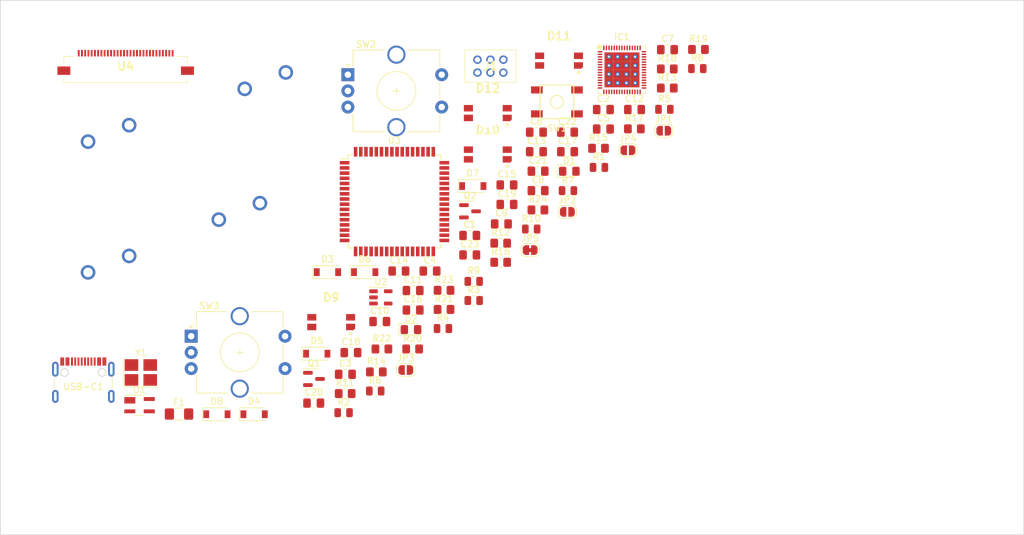
<source format=kicad_pcb>
(kicad_pcb (version 20211014) (generator pcbnew)
  (layers (0 "F.Cu" signal) (31 "B.Cu" signal) (34 "B.Paste" user) (35 "F.Paste" user) (36 "B.SilkS" user "B.Silkscreen") (37 "F.SilkS" user "F.Silkscreen") (38 "B.Mask" user) (39 "F.Mask" user) (44 "Edge.Cuts" user))
  (net 0 "")
  (net 1 "+5V")
  (net 2 "GND")
  (net 3 "+3V3")
  (net 4 "Net-(D1-Pad2)")
  (net 5 "Net-(R2-Pad2)")
  (net 6 "Net-(R3-Pad2)")
  (net 7 "Net-(R4-Pad1)")
  (net 8 "D-")
  (net 9 "Net-(R5-Pad1)")
  (net 10 "D+")
  (net 14 "Net-(D2-Pad2)")
  (net 15 "VCC")
  (net 16 "MISO")
  (net 17 "SCK")
  (net 18 "MOSI")
  (net 19 "RESET")
  (net 20 "SCL_3.3")
  (net 21 "SCL")
  (net 22 "SDA_3.3")
  (net 23 "SDA")
  (net 24 "Net-(C10-Pad1)")
  (net 25 "Net-(C11-Pad1)")
  (net 28 "Net-(C13-Pad1)")
  (net 29 "Net-(C16-Pad1)")
  (net 30 "/VCOMH")
  (net 31 "/C2P")
  (net 34 "/C2N")
  (net 35 "/C1P")
  (net 36 "/C1N")
  (net 43 "XTAL2")
  (net 44 "XTAL1")
  (net 45 "ROW0")
  (net 46 "Net-(D3-Pad2)")
  (net 53 "ROW1")
  (net 54 "Net-(D4-Pad2)")
  (net 55 "Net-(D5-Pad2)")
  (net 56 "Net-(D6-Pad2)")
  (net 57 "Net-(D7-Pad2)")
  (net 63 "Net-(D8-Pad2)")
  (net 84 "Net-(IC1-Pad13)")
  (net 85 "SW1")
  (net 86 "SW2")
  (net 94 "Net-(IC1-Pad26)")
  (net 95 "Net-(IC1-Pad27)")
  (net 96 "Net-(IC1-Pad28)")
  (net 97 "Net-(IC1-Pad29)")
  (net 98 "Net-(IC1-Pad30)")
  (net 99 "Net-(IC1-Pad31)")
  (net 128 "/BS0")
  (net 129 "/BS1")
  (net 130 "/BS2")
  (net 131 "/DC{slash}SA0_3.3V")
  (net 132 "/D2{slash}SDA")
  (net 133 "COL00")
  (net 134 "COL01")
  (net 135 "Net-(R12-Pad2)")
  (net 136 "CS1_B")
  (net 137 "CS2_G")
  (net 138 "CS3_R")
  (net 139 "CS4_B")
  (net 140 "CS5_G")
  (net 141 "CS6_R")
  (net 142 "/IREF")
  (net 143 "ENCODER_A1")
  (net 144 "ENCODER_B1")
  (net 145 "COL02")
  (net 146 "ENCODER_A2")
  (net 147 "ENCODER_B2")
  (footprint "Capacitor_SMD:C_0805_2012Metric_Pad1.18x1.45mm_HandSolder" (layer "F.Cu") (at 83.342 89.527)
    (fp_text reference "C20" (at 0 -1.68) (layer "F.SilkS"))
    (fp_text value "1uF")
    (pad "1" smd roundrect (at -1.0375 0) (size 1.175 1.45) (layers "F.Cu" "F.Paste" "F.Mask") (roundrect_rratio 0.212766) (net 31 "/C2P"))
    (pad "2" smd roundrect (at 1.0375 0) (size 1.175 1.45) (layers "F.Cu" "F.Paste" "F.Mask") (roundrect_rratio 0.212766) (net 34 "/C2N"))
  )
  (footprint "Resistor_SMD:R_0805_2012Metric_Pad1.20x1.40mm_HandSolder" (layer "F.Cu") (at 137.962 37.907)
    (fp_text reference "R18" (at 0 -1.65) (layer "F.SilkS"))
    (fp_text value "22")
    (pad "1" smd roundrect (at -1 0) (size 1.2 1.4) (layers "F.Cu" "F.Paste" "F.Mask") (roundrect_rratio 0.208333) (net 97 "Net-(IC1-Pad29)"))
    (pad "2" smd roundrect (at 1 0) (size 1.2 1.4) (layers "F.Cu" "F.Paste" "F.Mask") (roundrect_rratio 0.208333) (net 139 "CS4_B"))
  )
  (footprint "Resistor_SMD:R_0805_2012Metric_Pad1.20x1.40mm_HandSolder" (layer "F.Cu") (at 142.772 34.897)
    (fp_text reference "R19" (at 0 -1.65) (layer "F.SilkS"))
    (fp_text value "22")
    (pad "1" smd roundrect (at -1 0) (size 1.2 1.4) (layers "F.Cu" "F.Paste" "F.Mask") (roundrect_rratio 0.208333) (net 98 "Net-(IC1-Pad30)"))
    (pad "2" smd roundrect (at 1 0) (size 1.2 1.4) (layers "F.Cu" "F.Paste" "F.Mask") (roundrect_rratio 0.208333) (net 140 "CS5_G"))
  )
  (footprint "Diode_SMD:D_SOD-123" (layer "F.Cu") (at 68.382 91.247)
    (fp_text reference "D8" (at 0 -2) (layer "F.SilkS"))
    (fp_text value "1N4148W")
    (pad "1" smd rect (at -1.65 0) (size 0.9 1.2) (layers "F.Cu" "F.Paste" "F.Mask") (net 53 "ROW1"))
    (pad "2" smd rect (at 1.65 0) (size 0.9 1.2) (layers "F.Cu" "F.Paste" "F.Mask") (net 63 "Net-(D8-Pad2)"))
  )
  (footprint "Capacitor_SMD:C_0805_2012Metric_Pad1.18x1.45mm_HandSolder" (layer "F.Cu") (at 93.542 76.927)
    (fp_text reference "C10" (at 0 -1.68) (layer "F.SilkS"))
    (fp_text value "1uF")
    (pad "1" smd roundrect (at -1.0375 0) (size 1.175 1.45) (layers "F.Cu" "F.Paste" "F.Mask") (roundrect_rratio 0.212766) (net 24 "Net-(C10-Pad1)"))
    (pad "2" smd roundrect (at 1.0375 0) (size 1.175 1.45) (layers "F.Cu" "F.Paste" "F.Mask") (roundrect_rratio 0.212766) (net 2 "GND"))
  )
  (footprint "Resistor_SMD:R_0805_2012Metric" (layer "F.Cu") (at 92.842 87.657)
    (fp_text reference "R6" (at 0 -1.65) (layer "F.SilkS"))
    (fp_text value "270")
    (pad "1" smd roundrect (at -0.9125 0) (size 1.025 1.4) (layers "F.Cu" "F.Paste" "F.Mask") (roundrect_rratio 0.243902) (net 3 "+3V3"))
    (pad "2" smd roundrect (at 0.9125 0) (size 1.025 1.4) (layers "F.Cu" "F.Paste" "F.Mask") (roundrect_rratio 0.243902) (net 14 "Net-(D2-Pad2)"))
  )
  (footprint "Diode_SMD:D_SOD-123" (layer "F.Cu") (at 85.462 69.297)
    (fp_text reference "D3" (at 0 -2) (layer "F.SilkS"))
    (fp_text value "1N4148W")
    (pad "1" smd rect (at -1.65 0) (size 0.9 1.2) (layers "F.Cu" "F.Paste" "F.Mask") (net 45 "ROW0"))
    (pad "2" smd rect (at 1.65 0) (size 0.9 1.2) (layers "F.Cu" "F.Paste" "F.Mask") (net 46 "Net-(D3-Pad2)"))
  )
  (footprint "LED_SMD:LED_0805_2012Metric_Pad1.15x1.40mm_HandSolder" (layer "F.Cu") (at 98.367 78.172)
    (fp_text reference "D2" (at 0 -1.65) (layer "F.SilkS"))
    (fp_text value "GREEN")
    (pad "1" smd roundrect (at -1.025 0) (size 1.15 1.4) (layers "F.Cu" "F.Paste" "F.Mask") (roundrect_rratio 0.217391) (net 2 "GND"))
    (pad "2" smd roundrect (at 1.025 0) (size 1.15 1.4) (layers "F.Cu" "F.Paste" "F.Mask") (roundrect_rratio 0.217391) (net 14 "Net-(D2-Pad2)"))
  )
  (footprint "Capacitor_SMD:C_0805_2012Metric_Pad1.18x1.45mm_HandSolder" (layer "F.Cu") (at 128.092 47.187)
    (fp_text reference "C5" (at 0 -1.68) (layer "F.SilkS"))
    (fp_text value "22pF")
    (pad "1" smd roundrect (at -1.0375 0) (size 1.175 1.45) (layers "F.Cu" "F.Paste" "F.Mask") (roundrect_rratio 0.212766) (net 2 "GND"))
    (pad "2" smd roundrect (at 1.0375 0) (size 1.175 1.45) (layers "F.Cu" "F.Paste" "F.Mask") (roundrect_rratio 0.212766) (net 43 "XTAL2"))
  )
  (footprint "SamacSys_Parts:5051103091" (layer "F.Cu") (at 54.287 37.497)
    (fp_text reference "U4" (at 0 0) (layer "F.SilkS") (effects (font (size 1.27 1.27) (thickness 0.254))))
    (fp_text value "UG-2864HSWEG01" hide)
    (pad "1" smd rect locked (at -7.25 -2.025) (size 0.3 1) (layers "F.Cu" "F.Paste" "F.Mask") (net 2 "GND"))
    (pad "2" smd rect locked (at -6.75 -2.025) (size 0.3 1) (layers "F.Cu" "F.Paste" "F.Mask") (net 31 "/C2P"))
    (pad "3" smd rect locked (at -6.25 -2.025) (size 0.3 1) (layers "F.Cu" "F.Paste" "F.Mask") (net 34 "/C2N"))
    (pad "4" smd rect locked (at -5.75 -2.025) (size 0.3 1) (layers "F.Cu" "F.Paste" "F.Mask") (net 35 "/C1P"))
    (pad "5" smd rect locked (at -5.25 -2.025) (size 0.3 1) (layers "F.Cu" "F.Paste" "F.Mask") (net 36 "/C1N"))
    (pad "6" smd rect locked (at -4.75 -2.025) (size 0.3 1) (layers "F.Cu" "F.Paste" "F.Mask") (net 3 "+3V3"))
    (pad "7" smd rect locked (at -4.25 -2.025) (size 0.3 1) (layers "F.Cu" "F.Paste" "F.Mask"))
    (pad "8" smd rect locked (at -3.75 -2.025) (size 0.3 1) (layers "F.Cu" "F.Paste" "F.Mask") (net 2 "GND"))
    (pad "9" smd rect locked (at -3.25 -2.025) (size 0.3 1) (layers "F.Cu" "F.Paste" "F.Mask") (net 3 "+3V3"))
    (pad "10" smd rect locked (at -2.75 -2.025) (size 0.3 1) (layers "F.Cu" "F.Paste" "F.Mask") (net 128 "/BS0"))
    (pad "11" smd rect locked (at -2.25 -2.025) (size 0.3 1) (layers "F.Cu" "F.Paste" "F.Mask") (net 129 "/BS1"))
    (pad "12" smd rect locked (at -1.75 -2.025) (size 0.3 1) (layers "F.Cu" "F.Paste" "F.Mask") (net 130 "/BS2"))
    (pad "13" smd rect locked (at -1.25 -2.025) (size 0.3 1) (layers "F.Cu" "F.Paste" "F.Mask") (net 2 "GND"))
    (pad "14" smd rect locked (at -0.75 -2.025) (size 0.3 1) (layers "F.Cu" "F.Paste" "F.Mask") (net 19 "RESET"))
    (pad "15" smd rect locked (at -0.25 -2.025) (size 0.3 1) (layers "F.Cu" "F.Paste" "F.Mask") (net 131 "/DC{slash}SA0_3.3V"))
    (pad "16" smd rect locked (at 0.25 -2.025) (size 0.3 1) (layers "F.Cu" "F.Paste" "F.Mask"))
    (pad "17" smd rect locked (at 0.75 -2.025) (size 0.3 1) (layers "F.Cu" "F.Paste" "F.Mask"))
    (pad "18" smd rect locked (at 1.25 -2.025) (size 0.3 1) (layers "F.Cu" "F.Paste" "F.Mask") (net 20 "SCL_3.3"))
    (pad "19" smd rect locked (at 1.75 -2.025) (size 0.3 1) (layers "F.Cu" "F.Paste" "F.Mask") (net 22 "SDA_3.3"))
    (pad "20" smd rect locked (at 2.25 -2.025) (size 0.3 1) (layers "F.Cu" "F.Paste" "F.Mask") (net 132 "/D2{slash}SDA"))
    (pad "21" smd rect locked (at 2.75 -2.025) (size 0.3 1) (layers "F.Cu" "F.Paste" "F.Mask"))
    (pad "22" smd rect locked (at 3.25 -2.025) (size 0.3 1) (layers "F.Cu" "F.Paste" "F.Mask"))
    (pad "23" smd rect locked (at 3.75 -2.025) (size 0.3 1) (layers "F.Cu" "F.Paste" "F.Mask"))
    (pad "24" smd rect locked (at 4.25 -2.025) (size 0.3 1) (layers "F.Cu" "F.Paste" "F.Mask"))
    (pad "25" smd rect locked (at 4.75 -2.025) (size 0.3 1) (layers "F.Cu" "F.Paste" "F.Mask"))
    (pad "26" smd rect locked (at 5.25 -2.025) (size 0.3 1) (layers "F.Cu" "F.Paste" "F.Mask") (net 142 "/IREF"))
    (pad "27" smd rect locked (at 5.75 -2.025) (size 0.3 1) (layers "F.Cu" "F.Paste" "F.Mask") (net 30 "/VCOMH"))
    (pad "28" smd rect locked (at 6.25 -2.025) (size 0.3 1) (layers "F.Cu" "F.Paste" "F.Mask") (net 15 "VCC"))
    (pad "29" smd rect locked (at 6.75 -2.025) (size 0.3 1) (layers "F.Cu" "F.Paste" "F.Mask") (net 2 "GND"))
    (pad "30" smd rect locked (at 7.25 -2.025) (size 0.3 1) (layers "F.Cu" "F.Paste" "F.Mask") (net 2 "GND"))
    (pad "MP1" smd rect locked (at -9.55 0.675 90) (size 1.3 2) (layers "F.Cu" "F.Paste" "F.Mask"))
    (pad "MP2" smd rect locked (at 9.55 0.675 90) (size 1.3 2) (layers "F.Cu" "F.Paste" "F.Mask"))
  )
  (footprint "Resistor_SMD:R_0805_2012Metric_Pad1.20x1.40mm_HandSolder" (layer "F.Cu") (at 93.012 84.707)
    (fp_text reference "R14" (at 0 -1.65) (layer "F.SilkS"))
    (fp_text value "10k")
    (pad "1" smd roundrect (at -1 0) (size 1.2 1.4) (layers "F.Cu" "F.Paste" "F.Mask") (roundrect_rratio 0.208333) (net 84 "Net-(IC1-Pad13)"))
    (pad "2" smd roundrect (at 1 0) (size 1.2 1.4) (layers "F.Cu" "F.Paste" "F.Mask") (roundrect_rratio 0.208333) (net 2 "GND"))
  )
  (footprint "Package_TO_SOT_SMD:SOT-23" (layer "F.Cu") (at 83.382 85.797)
    (fp_text reference "Q1" (at 0 -2.4) (layer "F.SilkS"))
    (fp_text value "BSS138")
    (pad "1" smd roundrect (at -0.9375 -0.95) (size 1.475 0.6) (layers "F.Cu" "F.Paste" "F.Mask") (net 3 "+3V3"))
    (pad "2" smd roundrect (at -0.9375 0.95) (size 1.475 0.6) (layers "F.Cu" "F.Paste" "F.Mask") (net 20 "SCL_3.3"))
    (pad "3" smd roundrect (at 0.9375 0) (size 1.475 0.6) (layers "F.Cu" "F.Paste" "F.Mask") (net 21 "SCL"))
  )
  (footprint "Capacitor_SMD:C_0805_2012Metric_Pad1.18x1.45mm_HandSolder" (layer "F.Cu") (at 113.192 55.827)
    (fp_text reference "C15" (at 0 -1.68) (layer "F.SilkS"))
    (fp_text value "0.1uF")
    (pad "1" smd roundrect (at -1.0375 0) (size 1.175 1.45) (layers "F.Cu" "F.Paste" "F.Mask") (roundrect_rratio 0.212766) (net 25 "Net-(C11-Pad1)"))
    (pad "2" smd roundrect (at 1.0375 0) (size 1.175 1.45) (layers "F.Cu" "F.Paste" "F.Mask") (roundrect_rratio 0.212766) (net 2 "GND"))
  )
  (footprint "Capacitor_SMD:C_0805_2012Metric_Pad1.18x1.45mm_HandSolder" (layer "F.Cu") (at 137.992 34.927)
    (fp_text reference "C7" (at 0 -1.68) (layer "F.SilkS"))
    (fp_text value "0.1uF")
    (pad "1" smd roundrect (at -1.0375 0) (size 1.175 1.45) (layers "F.Cu" "F.Paste" "F.Mask") (roundrect_rratio 0.212766) (net 1 "+5V"))
    (pad "2" smd roundrect (at 1.0375 0) (size 1.175 1.45) (layers "F.Cu" "F.Paste" "F.Mask") (roundrect_rratio 0.212766) (net 2 "GND"))
  )
  (footprint "Resistor_SMD:R_0805_2012Metric" (layer "F.Cu") (at 103.302 78.007)
    (fp_text reference "R4" (at 0 -1.65) (layer "F.SilkS"))
    (fp_text value "22")
    (pad "1" smd roundrect (at -0.9125 0) (size 1.025 1.4) (layers "F.Cu" "F.Paste" "F.Mask") (roundrect_rratio 0.243902) (net 7 "Net-(R4-Pad1)"))
    (pad "2" smd roundrect (at 0.9125 0) (size 1.025 1.4) (layers "F.Cu" "F.Paste" "F.Mask") (roundrect_rratio 0.243902) (net 8 "D-"))
  )
  (footprint "Capacitor_SMD:C_0805_2012Metric_Pad1.18x1.45mm_HandSolder" (layer "F.Cu") (at 122.552 50.687)
    (fp_text reference "C17" (at 0 -1.68) (layer "F.SilkS"))
    (fp_text value "0.1uF")
    (pad "1" smd roundrect (at -1.0375 0) (size 1.175 1.45) (layers "F.Cu" "F.Paste" "F.Mask") (roundrect_rratio 0.212766) (net 29 "Net-(C16-Pad1)"))
    (pad "2" smd roundrect (at 1.0375 0) (size 1.175 1.45) (layers "F.Cu" "F.Paste" "F.Mask") (roundrect_rratio 0.212766) (net 2 "GND"))
  )
  (footprint "ProtoFull_Project Libs:SolderJumper-2_P1.3mm_Open_RoundedPad1.0x1.5mm" (layer "F.Cu") (at 122.522 59.987)
    (fp_text reference "JP2" (at 0 -1.8) (layer "F.SilkS"))
    (fp_text value "BS1")
    (pad "1" smd custom (at -0.65 0) (size 1 0.5) (layers "F.Cu" "F.Mask") (net 3 "+3V3") (options (clearance outline) (anchor rect)) (primitives (gr_circle (center 0 0.25) (end 0.5 0.25) (width 0) (fill yes)) (gr_circle (center 0 -0.25) (end 0.5 -0.25) (width 0) (fill yes)) (gr_poly (pts (xy 0.5 0.75) (xy 0 0.75) (xy 0 -0.75) (xy 0.5 -0.75)) (width 0) (fill yes))))
    (pad "2" smd custom (at 0.65 0) (size 1 0.5) (layers "F.Cu" "F.Mask") (net 129 "/BS1") (options (clearance outline) (anchor rect)) (primitives (gr_circle (center 0 0.25) (end 0.5 0.25) (width 0) (fill yes)) (gr_circle (center 0 -0.25) (end 0.5 -0.25) (width 0) (fill yes)) (gr_poly (pts (xy 0 0.75) (xy -0.5 0.75) (xy -0.5 -0.75) (xy 0 -0.75)) (width 0) (fill yes))))
  )
  (footprint "Capacitor_SMD:C_0805_2012Metric_Pad1.18x1.45mm_HandSolder" (layer "F.Cu") (at 107.442 63.627)
    (fp_text reference "C1" (at 0 -1.68) (layer "F.SilkS"))
    (fp_text value "10uF")
    (pad "1" smd roundrect (at -1.0375 0) (size 1.175 1.45) (layers "F.Cu" "F.Paste" "F.Mask") (roundrect_rratio 0.212766) (net 1 "+5V"))
    (pad "2" smd roundrect (at 1.0375 0) (size 1.175 1.45) (layers "F.Cu" "F.Paste" "F.Mask") (roundrect_rratio 0.212766) (net 2 "GND"))
  )
  (footprint "ProtoFull_Project Libs:SolderJumper-2_P1.3mm_Bridged_RoundedPad1.0x1.5mm" (layer "F.Cu") (at 116.772 65.887)
    (fp_text reference "JP5" (at 0 -1.8) (layer "F.SilkS"))
    (fp_text value "I2C" hide)
    (fp_poly (pts (xy 0.25 -0.3) (xy -0.25 -0.3) (xy -0.25 0.3) (xy 0.25 0.3)) (layer "F.Cu") (width 0) (fill solid))
    (pad "1" smd custom (at -0.65 0) (size 1 0.5) (layers "F.Cu" "F.Mask") (net 22 "SDA_3.3") (options (clearance outline) (anchor rect)) (primitives (gr_circle (center 0 0.25) (end 0.5 0.25) (width 0) (fill yes)) (gr_circle (center 0 -0.25) (end 0.5 -0.25) (width 0) (fill yes)) (gr_poly (pts (xy 0.5 0.75) (xy 0 0.75) (xy 0 -0.75) (xy 0.5 -0.75)) (width 0) (fill yes))))
    (pad "2" smd custom (at 0.65 0) (size 1 0.5) (layers "F.Cu" "F.Mask") (net 132 "/D2{slash}SDA") (options (clearance outline) (anchor rect)) (primitives (gr_circle (center 0 0.25) (end 0.5 0.25) (width 0) (fill yes)) (gr_circle (center 0 -0.25) (end 0.5 -0.25) (width 0) (fill yes)) (gr_poly (pts (xy 0 0.75) (xy -0.5 0.75) (xy -0.5 -0.75) (xy 0 -0.75)) (width 0) (fill yes))))
  )
  (footprint "Capacitor_SMD:C_0805_2012Metric_Pad1.18x1.45mm_HandSolder" (layer "F.Cu") (at 117.742 50.687)
    (fp_text reference "C13" (at 0 -1.68) (layer "F.SilkS"))
    (fp_text value "0.1uF")
    (pad "1" smd roundrect (at -1.0375 0) (size 1.175 1.45) (layers "F.Cu" "F.Paste" "F.Mask") (roundrect_rratio 0.212766) (net 28 "Net-(C13-Pad1)"))
    (pad "2" smd roundrect (at 1.0375 0) (size 1.175 1.45) (layers "F.Cu" "F.Paste" "F.Mask") (roundrect_rratio 0.212766) (net 2 "GND"))
  )
  (footprint "Capacitor_SMD:C_0805_2012Metric_Pad1.18x1.45mm_HandSolder" (layer "F.Cu") (at 98.692 75.147)
    (fp_text reference "C16" (at 0 -1.68) (layer "F.SilkS"))
    (fp_text value "1uF")
    (pad "1" smd roundrect (at -1.0375 0) (size 1.175 1.45) (layers "F.Cu" "F.Paste" "F.Mask") (roundrect_rratio 0.212766) (net 29 "Net-(C16-Pad1)"))
    (pad "2" smd roundrect (at 1.0375 0) (size 1.175 1.45) (layers "F.Cu" "F.Paste" "F.Mask") (roundrect_rratio 0.212766) (net 2 "GND"))
  )
  (footprint "Resistor_SMD:R_0805_2012Metric" (layer "F.Cu") (at 108.052 73.677)
    (fp_text reference "R3" (at 0 -1.65) (layer "F.SilkS"))
    (fp_text value "5.1k")
    (pad "1" smd roundrect (at -0.9125 0) (size 1.025 1.4) (layers "F.Cu" "F.Paste" "F.Mask") (roundrect_rratio 0.243902) (net 2 "GND"))
    (pad "2" smd roundrect (at 0.9125 0) (size 1.025 1.4) (layers "F.Cu" "F.Paste" "F.Mask") (roundrect_rratio 0.243902) (net 6 "Net-(R3-Pad2)"))
  )
  (footprint "MX_Only:MXOnly-1U-NoLED" (layer "F.Cu") (at 72.487 63.722)
    (fp_text reference "MX4")
    (fp_text value "MX-NoLED")
    (pad "" np_thru_hole circle locked (at 0 0) (size 3.9878 3.9878) (drill 3.9878) (layers *.Cu *.Mask))
    (pad "" np_thru_hole circle locked (at -5.08 0 48.0996) (size 1.75 1.75) (drill 1.75) (layers *.Cu *.Mask))
    (pad "" np_thru_hole circle locked (at 5.08 0 48.0996) (size 1.75 1.75) (drill 1.75) (layers *.Cu *.Mask))
    (pad "1" thru_hole circle locked (at -3.81 -2.54) (size 2.25 2.25) (drill 1.47) (layers *.Cu "B.Mask") (net 134 "COL01"))
    (pad "2" thru_hole circle locked (at 2.54 -5.08) (size 2.25 2.25) (drill 1.47) (layers *.Cu "B.Mask") (net 63 "Net-(D8-Pad2)"))
  )
  (footprint "Resistor_SMD:R_0805_2012Metric_Pad1.20x1.40mm_HandSolder" (layer "F.Cu") (at 112.222 67.777)
    (fp_text reference "R16" (at 0 -1.65) (layer "F.SilkS"))
    (fp_text value "22")
    (pad "1" smd roundrect (at -1 0) (size 1.2 1.4) (layers "F.Cu" "F.Paste" "F.Mask") (roundrect_rratio 0.208333) (net 95 "Net-(IC1-Pad27)"))
    (pad "2" smd roundrect (at 1 0) (size 1.2 1.4) (layers "F.Cu" "F.Paste" "F.Mask") (roundrect_rratio 0.208333) (net 137 "CS2_G"))
  )
  (footprint "Resistor_SMD:R_0805_2012Metric_Pad1.20x1.40mm_HandSolder" (layer "F.Cu") (at 117.972 59.687)
    (fp_text reference "R24" (at 0 -1.65) (layer "F.SilkS"))
    (fp_text value "10k")
    (pad "1" smd roundrect (at -1 0) (size 1.2 1.4) (layers "F.Cu" "F.Paste" "F.Mask") (roundrect_rratio 0.208333) (net 130 "/BS2"))
    (pad "2" smd roundrect (at 1 0) (size 1.2 1.4) (layers "F.Cu" "F.Paste" "F.Mask") (roundrect_rratio 0.208333) (net 2 "GND"))
  )
  (footprint "ProtoFull_Project Libs:SolderJumper-2_P1.3mm_Open_RoundedPad1.0x1.5mm" (layer "F.Cu") (at 97.562 84.417)
    (fp_text reference "JP3" (at 0 -1.8) (layer "F.SilkS"))
    (fp_text value "BS2")
    (pad "1" smd custom (at -0.65 0) (size 1 0.5) (layers "F.Cu" "F.Mask") (net 3 "+3V3") (options (clearance outline) (anchor rect)) (primitives (gr_circle (center 0 0.25) (end 0.5 0.25) (width 0) (fill yes)) (gr_circle (center 0 -0.25) (end 0.5 -0.25) (width 0) (fill yes)) (gr_poly (pts (xy 0.5 0.75) (xy 0 0.75) (xy 0 -0.75) (xy 0.5 -0.75)) (width 0) (fill yes))))
    (pad "2" smd custom (at 0.65 0) (size 1 0.5) (layers "F.Cu" "F.Mask") (net 130 "/BS2") (options (clearance outline) (anchor rect)) (primitives (gr_circle (center 0 0.25) (end 0.5 0.25) (width 0) (fill yes)) (gr_circle (center 0 -0.25) (end 0.5 -0.25) (width 0) (fill yes)) (gr_poly (pts (xy 0 0.75) (xy -0.5 0.75) (xy -0.5 -0.75) (xy 0 -0.75)) (width 0) (fill yes))))
  )
  (footprint "SamacSys_Parts:SWR204NRTND03STGA" (layer "F.Cu") (at 108.637 38.472)
    (fp_text reference "J1" (at 2 -1) (layer "F.SilkS") (effects (font (size 1.27 1.27) (thickness 0.254))))
    (fp_text value "AVR-ISP-6" hide)
    (pad "1" thru_hole circle (at 0 0) (size 1.3 1.3) (drill 0.8) (layers *.Cu *.Mask) (net 16 "MISO"))
    (pad "2" thru_hole circle (at 0 -2) (size 1.3 1.3) (drill 0.8) (layers *.Cu *.Mask) (net 15 "VCC"))
    (pad "3" thru_hole circle (at 2 0) (size 1.3 1.3) (drill 0.8) (layers *.Cu *.Mask) (net 17 "SCK"))
    (pad "4" thru_hole circle (at 2 -2) (size 1.3 1.3) (drill 0.8) (layers *.Cu *.Mask) (net 18 "MOSI"))
    (pad "5" thru_hole circle (at 4 0) (size 1.3 1.3) (drill 0.8) (layers *.Cu *.Mask) (net 19 "RESET"))
    (pad "6" thru_hole circle (at 4 -2) (size 1.3 1.3) (drill 0.8) (layers *.Cu *.Mask) (net 2 "GND"))
  )
  (footprint "Resistor_SMD:R_0805_2012Metric" (layer "F.Cu") (at 108.052 70.727)
    (fp_text reference "R9" (at 0 -1.65) (layer "F.SilkS"))
    (fp_text value "10k")
    (pad "1" smd roundrect (at -0.9125 0) (size 1.025 1.4) (layers "F.Cu" "F.Paste" "F.Mask") (roundrect_rratio 0.243902) (net 3 "+3V3"))
    (pad "2" smd roundrect (at 0.9125 0) (size 1.025 1.4) (layers "F.Cu" "F.Paste" "F.Mask") (roundrect_rratio 0.243902) (net 20 "SCL_3.3"))
  )
  (footprint "MX_Only:MXOnly-1U-NoLED" (layer "F.Cu") (at 76.487 43.522)
    (fp_text reference "MX2")
    (fp_text value "MX-NoLED")
    (pad "" np_thru_hole circle locked (at -5.08 0 48.0996) (size 1.75 1.75) (drill 1.75) (layers *.Cu *.Mask))
    (pad "" np_thru_hole circle locked (at 5.08 0 48.0996) (size 1.75 1.75) (drill 1.75) (layers *.Cu *.Mask))
    (pad "" np_thru_hole circle locked (at 0 0) (size 3.9878 3.9878) (drill 3.9878) (layers *.Cu *.Mask))
    (pad "1" thru_hole circle locked (at -3.81 -2.54) (size 2.25 2.25) (drill 1.47) (layers *.Cu "B.Mask") (net 133 "COL00"))
    (pad "2" thru_hole circle locked (at 2.54 -5.08) (size 2.25 2.25) (drill 1.47) (layers *.Cu "B.Mask") (net 56 "Net-(D6-Pad2)"))
  )
  (footprint "ProtoFull_Project Libs:TYPE-C-31-M-12" (layer "F.Cu") (at 47.747 88.492)
    (fp_text reference "USB-C1" (at 0 -1.5 unlocked) (layer "F.SilkS"))
    (fp_text value "HRO-TYPE-C-31-M-12" hide)
    (fp_circle (center -2.9 -3.7) (end -2.3 -3.7) (layer "Edge.Cuts") (width 0.12) (fill none))
    (fp_circle (center 2.9 -3.7) (end 3.5 -3.7) (layer "Edge.Cuts") (width 0.12) (fill none))
    (pad "A1" smd rect (at -3.4 -5.385) (size 0.3 1.27) (layers "F.Cu" "F.Paste" "F.Mask") (net 2 "GND"))
    (pad "A4" smd rect (at -2.6 -5.385) (size 0.3 1.27) (layers "F.Cu" "F.Paste" "F.Mask") (net 15 "VCC"))
    (pad "A5" smd rect (at -1.25 -5.385) (size 0.3 1.27) (layers "F.Cu" "F.Paste" "F.Mask") (net 6 "Net-(R3-Pad2)"))
    (pad "A6" smd rect (at -0.25 -5.385) (size 0.3 1.27) (layers "F.Cu" "F.Paste" "F.Mask") (net 9 "Net-(R5-Pad1)"))
    (pad "A7" smd rect (at 0.25 -5.385) (size 0.3 1.27) (layers "F.Cu" "F.Paste" "F.Mask") (net 7 "Net-(R4-Pad1)"))
    (pad "A8" smd rect (at 1.25 -5.385) (size 0.3 1.27) (layers "F.Cu" "F.Paste" "F.Mask"))
    (pad "A9" smd rect (at 2.6 -5.385) (size 0.3 1.27) (layers "F.Cu" "F.Paste" "F.Mask") (net 15 "VCC"))
    (pad "A12" smd rect (at 3.4 -5.385) (size 0.3 1.27) (layers "F.Cu" "F.Paste" "F.Mask") (net 2 "GND"))
    (pad "B1" smd rect (at 3.1 -5.385) (size 0.3 1.27) (layers "F.Cu" "F.Paste" "F.Mask") (net 2 "GND"))
    (pad "B4" smd rect (at 2.3 -5.385) (size 0.3 1.27) (layers "F.Cu" "F.Paste" "F.Mask") (net 15 "VCC"))
    (pad "B5" smd rect (at 1.75 -5.385) (size 0.3 1.27) (layers "F.Cu" "F.Paste" "F.Mask") (net 5 "Net-(R2-Pad2)"))
    (pad "B6" smd rect (at 0.75 -5.385) (size 0.3 1.27) (layers "F.Cu" "F.Paste" "F.Mask") (net 9 "Net-(R5-Pad1)"))
    (pad "B7" smd rect (at -0.75 -5.385) (size 0.3 1.27) (layers "F.Cu" "F.Paste" "F.Mask") (net 7 "Net-(R4-Pad1)"))
    (pad "B8" smd rect (at -1.75 -5.385) (size 0.3 1.27) (layers "F.Cu" "F.Paste" "F.Mask"))
    (pad "B9" smd rect (at -2.3 -5.385) (size 0.3 1.27) (layers "F.Cu" "F.Paste" "F.Mask") (net 15 "VCC"))
    (pad "B12" smd rect (at -3.1 -5.385) (size 0.3 1.27) (layers "F.Cu" "F.Paste" "F.Mask") (net 2 "GND"))
    (pad "CASE" thru_hole oval (at 4.325 0) (size 1 2) (drill oval 0.4 1.4) (layers *.Cu *.Mask))
    (pad "CASE" thru_hole oval (at 4.325 -4.2) (size 1 2.3) (drill oval 0.4 1.7) (layers *.Cu *.Mask))
    (pad "CASE" thru_hole oval (at -4.325 -4.2) (size 1 2.3) (drill oval 0.4 1.7) (layers *.Cu *.Mask))
    (pad "CASE" thru_hole oval (at -4.325 0) (size 1 2) (drill oval 0.4 1.4) (layers *.Cu *.Mask))
  )
  (footprint "Resistor_SMD:R_0805_2012Metric" (layer "F.Cu") (at 137.512 44.147)
    (fp_text reference "R5" (at 0 -1.65) (layer "F.SilkS"))
    (fp_text value "22")
    (pad "1" smd roundrect (at -0.9125 0) (size 1.025 1.4) (layers "F.Cu" "F.Paste" "F.Mask") (roundrect_rratio 0.243902) (net 9 "Net-(R5-Pad1)"))
    (pad "2" smd roundrect (at 0.9125 0) (size 1.025 1.4) (layers "F.Cu" "F.Paste" "F.Mask") (roundrect_rratio 0.243902) (net 10 "D+"))
  )
  (footprint "Resistor_SMD:R_0805_2012Metric" (layer "F.Cu") (at 142.602 37.847)
    (fp_text reference "R8" (at 0 -1.65) (layer "F.SilkS"))
    (fp_text value "10k")
    (pad "1" smd roundrect (at -0.9125 0) (size 1.025 1.4) (layers "F.Cu" "F.Paste" "F.Mask") (roundrect_rratio 0.243902) (net 1 "+5V"))
    (pad "2" smd roundrect (at 0.9125 0) (size 1.025 1.4) (layers "F.Cu" "F.Paste" "F.Mask") (roundrect_rratio 0.243902) (net 23 "SDA"))
  )
  (footprint "Diode_SMD:D_SOD-123" (layer "F.Cu") (at 91.212 69.297)
    (fp_text reference "D6" (at 0 -2) (layer "F.SilkS"))
    (fp_text value "1N4148W")
    (pad "1" smd rect (at -1.65 0) (size 0.9 1.2) (layers "F.Cu" "F.Paste" "F.Mask") (net 53 "ROW1"))
    (pad "2" smd rect (at 1.65 0) (size 0.9 1.2) (layers "F.Cu" "F.Paste" "F.Mask") (net 56 "Net-(D6-Pad2)"))
  )
  (footprint "Capacitor_SMD:C_0805_2012Metric_Pad1.18x1.45mm_HandSolder" (layer "F.Cu") (at 112.332 61.847)
    (fp_text reference "C9" (at 0 -1.68) (layer "F.SilkS"))
    (fp_text value "0.1uF")
    (pad "1" smd roundrect (at -1.0375 0) (size 1.175 1.45) (layers "F.Cu" "F.Paste" "F.Mask") (roundrect_rratio 0.212766) (net 1 "+5V"))
    (pad "2" smd roundrect (at 1.0375 0) (size 1.175 1.45) (layers "F.Cu" "F.Paste" "F.Mask") (roundrect_rratio 0.212766) (net 2 "GND"))
  )
  (footprint "Capacitor_SMD:C_0805_2012Metric_Pad1.18x1.45mm_HandSolder" (layer "F.Cu") (at 122.552 47.677)
    (fp_text reference "C22" (at 0 -1.68) (layer "F.SilkS"))
    (fp_text value "1uF")
    (pad "1" smd roundrect (at -1.0375 0) (size 1.175 1.45) (layers "F.Cu" "F.Paste" "F.Mask") (roundrect_rratio 0.212766) (net 2 "GND"))
    (pad "2" smd roundrect (at 1.0375 0) (size 1.175 1.45) (layers "F.Cu" "F.Paste" "F.Mask") (roundrect_rratio 0.212766) (net 3 "+3V3"))
  )
  (footprint "Package_QFP:TQFP-64_14x14mm_P0.8mm" (layer "F.Cu") (at 95.812 58.397)
    (fp_text reference "U3" (at 0 -9.45) (layer "F.SilkS"))
    (fp_text value "AT90USB1286-A")
    (pad "1" smd rect (at -7.7 -6) (size 1.5 0.55) (layers "F.Cu" "F.Paste" "F.Mask"))
    (pad "2" smd rect (at -7.7 -5.2) (size 1.5 0.55) (layers "F.Cu" "F.Paste" "F.Mask"))
    (pad "3" smd rect (at -7.7 -4.4) (size 1.5 0.55) (layers "F.Cu" "F.Paste" "F.Mask") (net 1 "+5V"))
    (pad "4" smd rect (at -7.7 -3.6) (size 1.5 0.55) (layers "F.Cu" "F.Paste" "F.Mask") (net 8 "D-"))
    (pad "5" smd rect (at -7.7 -2.8) (size 1.5 0.55) (layers "F.Cu" "F.Paste" "F.Mask") (net 10 "D+"))
    (pad "6" smd rect (at -7.7 -2) (size 1.5 0.55) (layers "F.Cu" "F.Paste" "F.Mask") (net 2 "GND"))
    (pad "7" smd rect (at -7.7 -1.2) (size 1.5 0.55) (layers "F.Cu" "F.Paste" "F.Mask") (net 24 "Net-(C10-Pad1)"))
    (pad "8" smd rect (at -7.7 -0.4) (size 1.5 0.55) (layers "F.Cu" "F.Paste" "F.Mask") (net 1 "+5V"))
    (pad "9" smd rect (at -7.7 0.4) (size 1.5 0.55) (layers "F.Cu" "F.Paste" "F.Mask"))
    (pad "10" smd rect (at -7.7 1.2) (size 1.5 0.55) (layers "F.Cu" "F.Paste" "F.Mask"))
    (pad "11" smd rect (at -7.7 2) (size 1.5 0.55) (layers "F.Cu" "F.Paste" "F.Mask") (net 17 "SCK"))
    (pad "12" smd rect (at -7.7 2.8) (size 1.5 0.55) (layers "F.Cu" "F.Paste" "F.Mask") (net 18 "MOSI"))
    (pad "13" smd rect (at -7.7 3.6) (size 1.5 0.55) (layers "F.Cu" "F.Paste" "F.Mask") (net 16 "MISO"))
    (pad "14" smd rect (at -7.7 4.4) (size 1.5 0.55) (layers "F.Cu" "F.Paste" "F.Mask"))
    (pad "15" smd rect (at -7.7 5.2) (size 1.5 0.55) (layers "F.Cu" "F.Paste" "F.Mask"))
    (pad "16" smd rect (at -7.7 6) (size 1.5 0.55) (layers "F.Cu" "F.Paste" "F.Mask"))
    (pad "17" smd rect (at -6 7.7 90) (size 1.5 0.55) (layers "F.Cu" "F.Paste" "F.Mask"))
    (pad "18" smd rect (at -5.2 7.7 90) (size 1.5 0.55) (layers "F.Cu" "F.Paste" "F.Mask"))
    (pad "19" smd rect (at -4.4 7.7 90) (size 1.5 0.55) (layers "F.Cu" "F.Paste" "F.Mask"))
    (pad "20" smd rect (at -3.6 7.7 90) (size 1.5 0.55) (layers "F.Cu" "F.Paste" "F.Mask") (net 19 "RESET"))
    (pad "21" smd rect (at -2.8 7.7 90) (size 1.5 0.55) (layers "F.Cu" "F.Paste" "F.Mask") (net 1 "+5V"))
    (pad "22" smd rect (at -2 7.7 90) (size 1.5 0.55) (layers "F.Cu" "F.Paste" "F.Mask") (net 2 "GND"))
    (pad "23" smd rect (at -1.2 7.7 90) (size 1.5 0.55) (layers "F.Cu" "F.Paste" "F.Mask") (net 43 "XTAL2"))
    (pad "24" smd rect (at -0.4 7.7 90) (size 1.5 0.55) (layers "F.Cu" "F.Paste" "F.Mask") (net 44 "XTAL1"))
    (pad "25" smd rect (at 0.4 7.7 90) (size 1.5 0.55) (layers "F.Cu" "F.Paste" "F.Mask") (net 21 "SCL"))
    (pad "26" smd rect (at 1.2 7.7 90) (size 1.5 0.55) (layers "F.Cu" "F.Paste" "F.Mask") (net 23 "SDA"))
    (pad "27" smd rect (at 2 7.7 90) (size 1.5 0.55) (layers "F.Cu" "F.Paste" "F.Mask"))
    (pad "28" smd rect (at 2.8 7.7 90) (size 1.5 0.55) (layers "F.Cu" "F.Paste" "F.Mask"))
    (pad "29" smd rect (at 3.6 7.7 90) (size 1.5 0.55) (layers "F.Cu" "F.Paste" "F.Mask"))
    (pad "30" smd rect (at 4.4 7.7 90) (size 1.5 0.55) (layers "F.Cu" "F.Paste" "F.Mask"))
    (pad "31" smd rect (at 5.2 7.7 90) (size 1.5 0.55) (layers "F.Cu" "F.Paste" "F.Mask"))
    (pad "32" smd rect (at 6 7.7 90) (size 1.5 0.55) (layers "F.Cu" "F.Paste" "F.Mask"))
    (pad "33" smd rect (at 7.7 6) (size 1.5 0.55) (layers "F.Cu" "F.Paste" "F.Mask") (net 53 "ROW1"))
    (pad "34" smd rect (at 7.7 5.2) (size 1.5 0.55) (layers "F.Cu" "F.Paste" "F.Mask") (net 45 "ROW0"))
    (pad "35" smd rect (at 7.7 4.4) (size 1.5 0.55) (layers "F.Cu" "F.Paste" "F.Mask") (net 133 "COL00"))
    (pad "36" smd rect (at 7.7 3.6) (size 1.5 0.55) (layers "F.Cu" "F.Paste" "F.Mask") (net 134 "COL01"))
    (pad "37" smd rect (at 7.7 2.8) (size 1.5 0.55) (layers "F.Cu" "F.Paste" "F.Mask") (net 145 "COL02"))
    (pad "38" smd rect (at 7.7 2) (size 1.5 0.55) (layers "F.Cu" "F.Paste" "F.Mask"))
    (pad "39" smd rect (at 7.7 1.2) (size 1.5 0.55) (layers "F.Cu" "F.Paste" "F.Mask"))
    (pad "40" smd rect (at 7.7 0.4) (size 1.5 0.55) (layers "F.Cu" "F.Paste" "F.Mask"))
    (pad "41" smd rect (at 7.7 -0.4) (size 1.5 0.55) (layers "F.Cu" "F.Paste" "F.Mask"))
    (pad "42" smd rect (at 7.7 -1.2) (size 1.5 0.55) (layers "F.Cu" "F.Paste" "F.Mask"))
    (pad "43" smd rect (at 7.7 -2) (size 1.5 0.55) (layers "F.Cu" "F.Paste" "F.Mask") (net 135 "Net-(R12-Pad2)"))
    (pad "44" smd rect (at 7.7 -2.8) (size 1.5 0.55) (layers "F.Cu" "F.Paste" "F.Mask"))
    (pad "45" smd rect (at 7.7 -3.6) (size 1.5 0.55) (layers "F.Cu" "F.Paste" "F.Mask"))
    (pad "46" smd rect (at 7.7 -4.4) (size 1.5 0.55) (layers "F.Cu" "F.Paste" "F.Mask"))
    (pad "47" smd rect (at 7.7 -5.2) (size 1.5 0.55) (layers "F.Cu" "F.Paste" "F.Mask"))
    (pad "48" smd rect (at 7.7 -6) (size 1.5 0.55) (layers "F.Cu" "F.Paste" "F.Mask"))
    (pad "49" smd rect (at 6 -7.7 90) (size 1.5 0.55) (layers "F.Cu" "F.Paste" "F.Mask"))
    (pad "50" smd rect (at 5.2 -7.7 90) (size 1.5 0.55) (layers "F.Cu" "F.Paste" "F.Mask"))
    (pad "51" smd rect (at 4.4 -7.7 90) (size 1.5 0.55) (layers "F.Cu" "F.Paste" "F.Mask"))
    (pad "52" smd rect (at 3.6 -7.7 90) (size 1.5 0.55) (layers "F.Cu" "F.Paste" "F.Mask") (net 1 "+5V"))
    (pad "53" smd rect (at 2.8 -7.7 90) (size 1.5 0.55) (layers "F.Cu" "F.Paste" "F.Mask") (net 2 "GND"))
    (pad "54" smd rect (at 2 -7.7 90) (size 1.5 0.55) (layers "F.Cu" "F.Paste" "F.Mask"))
    (pad "55" smd rect (at 1.2 -7.7 90) (size 1.5 0.55) (layers "F.Cu" "F.Paste" "F.Mask"))
    (pad "56" smd rect (at 0.4 -7.7 90) (size 1.5 0.55) (layers "F.Cu" "F.Paste" "F.Mask"))
    (pad "57" smd rect (at -0.4 -7.7 90) (size 1.5 0.55) (layers "F.Cu" "F.Paste" "F.Mask"))
    (pad "58" smd rect (at -1.2 -7.7 90) (size 1.5 0.55) (layers "F.Cu" "F.Paste" "F.Mask") (net 147 "ENCODER_B2"))
    (pad "59" smd rect (at -2 -7.7 90) (size 1.5 0.55) (layers "F.Cu" "F.Paste" "F.Mask") (net 146 "ENCODER_A2"))
    (pad "60" smd rect (at -2.8 -7.7 90) (size 1.5 0.55) (layers "F.Cu" "F.Paste" "F.Mask") (net 144 "ENCODER_B1"))
    (pad "61" smd rect (at -3.6 -7.7 90) (size 1.5 0.55) (layers "F.Cu" "F.Paste" "F.Mask") (net 143 "ENCODER_A1"))
    (pad "62" smd rect (at -4.4 -7.7 90) (size 1.5 0.55) (layers "F.Cu" "F.Paste" "F.Mask"))
    (pad "63" smd rect (at -5.2 -7.7 90) (size 1.5 0.55) (layers "F.Cu" "F.Paste" "F.Mask") (net 2 "GND"))
    (pad "64" smd rect (at -6 -7.7 90) (size 1.5 0.55) (layers "F.Cu" "F.Paste" "F.Mask") (net 1 "+5V"))
  )
  (footprint "ProtoFull_Project Libs:RotaryEncoder_Alps_EC12E-Switch_Vertical_H20mm_CircularMountingHoles" (layer "F.Cu") (at 88.612 38.797)
    (fp_text reference "SW2" (at 2.8 -4.7) (layer "F.SilkS"))
    (fp_text value "RotaryEncoder_Switch")
    (pad "A" thru_hole rect (at 0 0) (size 2 2) (drill 1) (layers *.Cu *.Mask) (net 143 "ENCODER_A1"))
    (pad "B" thru_hole circle (at 0 5) (size 2 2) (drill 1) (layers *.Cu *.Mask) (net 144 "ENCODER_B1"))
    (pad "C" thru_hole circle (at 0 2.5) (size 2 2) (drill 1) (layers *.Cu *.Mask) (net 2 "GND"))
    (pad "MP" thru_hole circle (at 7.5 -3.1) (size 2.8 2.8) (drill 2.2) (layers *.Cu *.Mask))
    (pad "MP" thru_hole circle (at 7.5 8.1) (size 2.8 2.8) (drill 2.2) (layers *.Cu *.Mask))
    (pad "S1" thru_hole circle (at 14.5 0) (size 2 2) (drill 1) (layers *.Cu *.Mask) (net 145 "COL02"))
    (pad "S2" thru_hole circle (at 14.5 5) (size 2 2) (drill 1) (layers *.Cu *.Mask) (net 46 "Net-(D3-Pad2)"))
  )
  (footprint "Package_TO_SOT_SMD:SOT-23-5" (layer "F.Cu") (at 93.712 73.197)
    (fp_text reference "U2" (at 0 -2.4) (layer "F.SilkS"))
    (fp_text value "AP2112K-3.3")
    (pad "1" smd roundrect (at -1.1375 -0.95) (size 1.325 0.6) (layers "F.Cu" "F.Paste" "F.Mask") (net 1 "+5V"))
    (pad "2" smd roundrect (at -1.1375 0) (size 1.325 0.6) (layers "F.Cu" "F.Paste" "F.Mask") (net 2 "GND"))
    (pad "3" smd roundrect (at -1.1375 0.95) (size 1.325 0.6) (layers "F.Cu" "F.Paste" "F.Mask") (net 1 "+5V"))
    (pad "4" smd roundrect (at 1.1375 0.95) (size 1.325 0.6) (layers "F.Cu" "F.Paste" "F.Mask"))
    (pad "5" smd roundrect (at 1.1375 -0.95) (size 1.325 0.6) (layers "F.Cu" "F.Paste" "F.Mask") (net 3 "+3V3"))
  )
  (footprint "ProtoFull_Project Libs:SolderJumper-2_P1.3mm_Open_RoundedPad1.0x1.5mm" (layer "F.Cu") (at 137.422 47.457)
    (fp_text reference "JP1" (at 0 -1.8) (layer "F.SilkS"))
    (fp_text value "BS0")
    (pad "1" smd custom (at -0.65 0) (size 1 0.5) (layers "F.Cu" "F.Mask") (net 3 "+3V3") (options (clearance outline) (anchor rect)) (primitives (gr_circle (center 0 0.25) (end 0.5 0.25) (width 0) (fill yes)) (gr_circle (center 0 -0.25) (end 0.5 -0.25) (width 0) (fill yes)) (gr_poly (pts (xy 0.5 0.75) (xy 0 0.75) (xy 0 -0.75) (xy 0.5 -0.75)) (width 0) (fill yes))))
    (pad "2" smd custom (at 0.65 0) (size 1 0.5) (layers "F.Cu" "F.Mask") (net 128 "/BS0") (options (clearance outline) (anchor rect)) (primitives (gr_circle (center 0 0.25) (end 0.5 0.25) (width 0) (fill yes)) (gr_circle (center 0 -0.25) (end 0.5 -0.25) (width 0) (fill yes)) (gr_poly (pts (xy 0 0.75) (xy -0.5 0.75) (xy -0.5 -0.75) (xy 0 -0.75)) (width 0) (fill yes))))
  )
  (footprint "Resistor_SMD:R_0805_2012Metric_Pad1.20x1.40mm_HandSolder" (layer "F.Cu") (at 137.962 40.857)
    (fp_text reference "R13" (at 0 -1.65) (layer "F.SilkS"))
    (fp_text value "10k")
    (pad "1" smd roundrect (at -1 0) (size 1.2 1.4) (layers "F.Cu" "F.Paste" "F.Mask") (roundrect_rratio 0.208333) (net 1 "+5V"))
    (pad "2" smd roundrect (at 1 0) (size 1.2 1.4) (layers "F.Cu" "F.Paste" "F.Mask") (roundrect_rratio 0.208333) (net 28 "Net-(C13-Pad1)"))
  )
  (footprint "Capacitor_SMD:C_0805_2012Metric_Pad1.18x1.45mm_HandSolder" (layer "F.Cu") (at 128.092 44.177)
    (fp_text reference "C2" (at 0 -1.68) (layer "F.SilkS"))
    (fp_text value "10uF")
    (pad "1" smd roundrect (at -1.0375 0) (size 1.175 1.45) (layers "F.Cu" "F.Paste" "F.Mask") (roundrect_rratio 0.212766) (net 3 "+3V3"))
    (pad "2" smd roundrect (at 1.0375 0) (size 1.175 1.45) (layers "F.Cu" "F.Paste" "F.Mask") (roundrect_rratio 0.212766) (net 2 "GND"))
  )
  (footprint "Capacitor_SMD:C_0805_2012Metric_Pad1.18x1.45mm_HandSolder" (layer "F.Cu") (at 98.692 72.137)
    (fp_text reference "C11" (at 0 -1.68) (layer "F.SilkS"))
    (fp_text value "1uF")
    (pad "1" smd roundrect (at -1.0375 0) (size 1.175 1.45) (layers "F.Cu" "F.Paste" "F.Mask") (roundrect_rratio 0.212766) (net 25 "Net-(C11-Pad1)"))
    (pad "2" smd roundrect (at 1.0375 0) (size 1.175 1.45) (layers "F.Cu" "F.Paste" "F.Mask") (roundrect_rratio 0.212766) (net 2 "GND"))
  )
  (footprint "Capacitor_SMD:C_0805_2012Metric_Pad1.18x1.45mm_HandSolder" (layer "F.Cu") (at 118.002 56.707)
    (fp_text reference "C8" (at 0 -1.68) (layer "F.SilkS"))
    (fp_text value "0.1uF")
    (pad "1" smd roundrect (at -1.0375 0) (size 1.175 1.45) (layers "F.Cu" "F.Paste" "F.Mask") (roundrect_rratio 0.212766) (net 1 "+5V"))
    (pad "2" smd roundrect (at 1.0375 0) (size 1.175 1.45) (layers "F.Cu" "F.Paste" "F.Mask") (roundrect_rratio 0.212766) (net 2 "GND"))
  )
  (footprint "Capacitor_SMD:C_0805_2012Metric_Pad1.18x1.45mm_HandSolder" (layer "F.Cu") (at 88.232 85.077)
    (fp_text reference "C3" (at 0 -1.68) (layer "F.SilkS"))
    (fp_text value "0.1uF")
    (pad "1" smd roundrect (at -1.0375 0) (size 1.175 1.45) (layers "F.Cu" "F.Paste" "F.Mask") (roundrect_rratio 0.212766) (net 3 "+3V3"))
    (pad "2" smd roundrect (at 1.0375 0) (size 1.175 1.45) (layers "F.Cu" "F.Paste" "F.Mask") (roundrect_rratio 0.212766) (net 2 "GND"))
  )
  (footprint "Capacitor_SMD:C_0805_2012Metric_Pad1.18x1.45mm_HandSolder" (layer "F.Cu") (at 132.902 44.177)
    (fp_text reference "C12" (at 0 -1.68) (layer "F.SilkS"))
    (fp_text value "1uF")
    (pad "1" smd roundrect (at -1.0375 0) (size 1.175 1.45) (layers "F.Cu" "F.Paste" "F.Mask") (roundrect_rratio 0.212766) (net 25 "Net-(C11-Pad1)"))
    (pad "2" smd roundrect (at 1.0375 0) (size 1.175 1.45) (layers "F.Cu" "F.Paste" "F.Mask") (roundrect_rratio 0.212766) (net 2 "GND"))
  )
  (footprint "Resistor_SMD:R_0805_2012Metric_Pad1.20x1.40mm_HandSolder" (layer "F.Cu") (at 112.222 64.827)
    (fp_text reference "R12" (at 0 -1.65) (layer "F.SilkS"))
    (fp_text value "10k")
    (pad "1" smd roundrect (at -1 0) (size 1.2 1.4) (layers "F.Cu" "F.Paste" "F.Mask") (roundrect_rratio 0.208333) (net 2 "GND"))
    (pad "2" smd roundrect (at 1 0) (size 1.2 1.4) (layers "F.Cu" "F.Paste" "F.Mask") (roundrect_rratio 0.208333) (net 135 "Net-(R12-Pad2)"))
  )
  (footprint "Resistor_SMD:R_0805_2012Metric_Pad1.20x1.40mm_HandSolder" (layer "F.Cu") (at 103.472 75.057)
    (fp_text reference "R21" (at 0 -1.65) (layer "F.SilkS"))
    (fp_text value "10k")
    (pad "1" smd roundrect (at -1 0) (size 1.2 1.4) (layers "F.Cu" "F.Paste" "F.Mask") (roundrect_rratio 0.208333) (net 128 "/BS0"))
    (pad "2" smd roundrect (at 1 0) (size 1.2 1.4) (layers "F.Cu" "F.Paste" "F.Mask") (roundrect_rratio 0.208333) (net 2 "GND"))
  )
  (footprint "Capacitor_SMD:C_0805_2012Metric_Pad1.18x1.45mm_HandSolder" (layer "F.Cu") (at 117.742 47.677)
    (fp_text reference "C6" (at 0 -1.68) (layer "F.SilkS"))
    (fp_text value "10uF")
    (pad "1" smd roundrect (at -1.0375 0) (size 1.175 1.45) (layers "F.Cu" "F.Paste" "F.Mask") (roundrect_rratio 0.212766) (net 1 "+5V"))
    (pad "2" smd roundrect (at 1.0375 0) (size 1.175 1.45) (layers "F.Cu" "F.Paste" "F.Mask") (roundrect_rratio 0.212766) (net 2 "GND"))
  )
  (footprint "Resistor_SMD:R_0805_2012Metric" (layer "F.Cu") (at 116.942 62.637)
    (fp_text reference "R10" (at 0 -1.65) (layer "F.SilkS"))
    (fp_text value "10k")
    (pad "1" smd roundrect (at -0.9125 0) (size 1.025 1.4) (layers "F.Cu" "F.Paste" "F.Mask") (roundrect_rratio 0.243902) (net 3 "+3V3"))
    (pad "2" smd roundrect (at 0.9125 0) (size 1.025 1.4) (layers "F.Cu" "F.Paste" "F.Mask") (roundrect_rratio 0.243902) (net 22 "SDA_3.3"))
  )
  (footprint "ProtoFull_Project Libs:QBLP677R-RGB_RoundCutout" (layer "F.Cu") (at 110.237 51.122)
    (fp_text reference "D10" (at 0 -3.81) (layer "F.SilkS") (effects (font (size 1.27 1.27) (thickness 0.254))))
    (fp_text value "LED_BGRA" hide)
    (pad "" np_thru_hole circle (at 0 0) (size 4.5 4.5) (drill 4.5) (layers F&B.Cu *.Mask))
    (pad "1" smd roundrect (at 3 0.75) (size 1.4 1) (layers "F.Cu" "F.Paste" "F.Mask") (roundrect_rratio 0) (chamfer_ratio 0.25) (chamfer bottom_right) (net 139 "CS4_B"))
    (pad "2" smd rect (at -3 0.75) (size 1.4 1) (layers "F.Cu" "F.Paste" "F.Mask") (net 140 "CS5_G"))
    (pad "3" smd rect (at -3 -0.75) (size 1.4 1) (layers "F.Cu" "F.Paste" "F.Mask") (net 141 "CS6_R"))
    (pad "4" smd rect (at 3 -0.75) (size 1.4 1) (layers "F.Cu" "F.Paste" "F.Mask") (net 85 "SW1"))
  )
  (footprint "Package_TO_SOT_SMD:SOT-143_Handsoldering" (layer "F.Cu") (at 56.432 89.847)
    (fp_text reference "U1" (at -0.02 -2.38) (layer "F.SilkS"))
    (fp_text value "PRTR5V0U2X")
    (pad "1" smd rect (at -1.5 -0.75) (size 1.7 1) (layers "F.Cu" "F.Paste" "F.Mask") (net 2 "GND"))
    (pad "2" smd rect (at -1.5 0.95) (size 1.7 0.6) (layers "F.Cu" "F.Paste" "F.Mask") (net 9 "Net-(R5-Pad1)"))
    (pad "3" smd rect (at 1.5 0.95) (size 1.7 0.6) (layers "F.Cu" "F.Paste" "F.Mask") (net 7 "Net-(R4-Pad1)"))
    (pad "4" smd rect (at 1.5 -0.95) (size 1.7 0.6) (layers "F.Cu" "F.Paste" "F.Mask") (net 15 "VCC"))
  )
  (footprint "ProtoFull_Project Libs:RotaryEncoder_Alps_EC12E-Switch_Vertical_H20mm_CircularMountingHoles" (layer "F.Cu") (at 64.412 79.197)
    (fp_text reference "SW3" (at 2.8 -4.7) (layer "F.SilkS"))
    (fp_text value "RotaryEncoder_Switch")
    (pad "A" thru_hole rect (at 0 0) (size 2 2) (drill 1) (layers *.Cu *.Mask) (net 146 "ENCODER_A2"))
    (pad "B" thru_hole circle (at 0 5) (size 2 2) (drill 1) (layers *.Cu *.Mask) (net 147 "ENCODER_B2"))
    (pad "C" thru_hole circle (at 0 2.5) (size 2 2) (drill 1) (layers *.Cu *.Mask) (net 2 "GND"))
    (pad "MP" thru_hole circle (at 7.5 8.1) (size 2.8 2.8) (drill 2.2) (layers *.Cu *.Mask))
    (pad "MP" thru_hole circle (at 7.5 -3.1) (size 2.8 2.8) (drill 2.2) (layers *.Cu *.Mask))
    (pad "S1" thru_hole circle (at 14.5 0) (size 2 2) (drill 1) (layers *.Cu *.Mask) (net 145 "COL02"))
    (pad "S2" thru_hole circle (at 14.5 5) (size 2 2) (drill 1) (layers *.Cu *.Mask) (net 54 "Net-(D4-Pad2)"))
  )
  (footprint "MX_Only:MXOnly-1U-NoLED" (layer "F.Cu") (at 52.287 71.872)
    (fp_text reference "MX1")
    (fp_text value "MX-NoLED")
    (pad "" np_thru_hole circle locked (at 0 0) (size 3.9878 3.9878) (drill 3.9878) (layers *.Cu *.Mask))
    (pad "" np_thru_hole circle locked (at 5.08 0 48.0996) (size 1.75 1.75) (drill 1.75) (layers *.Cu *.Mask))
    (pad "" np_thru_hole circle locked (at -5.08 0 48.0996) (size 1.75 1.75) (drill 1.75) (layers *.Cu *.Mask))
    (pad "1" thru_hole circle locked (at -3.81 -2.54) (size 2.25 2.25) (drill 1.47) (layers *.Cu "B.Mask") (net 133 "COL00"))
    (pad "2" thru_hole circle locked (at 2.54 -5.08) (size 2.25 2.25) (drill 1.47) (layers *.Cu "B.Mask") (net 55 "Net-(D5-Pad2)"))
  )
  (footprint "Resistor_SMD:R_0805_2012Metric" (layer "F.Cu") (at 122.612 56.707)
    (fp_text reference "R7" (at 0 -1.65) (layer "F.SilkS"))
    (fp_text value "10k")
    (pad "1" smd roundrect (at -0.9125 0) (size 1.025 1.4) (layers "F.Cu" "F.Paste" "F.Mask") (roundrect_rratio 0.243902) (net 1 "+5V"))
    (pad "2" smd roundrect (at 0.9125 0) (size 1.025 1.4) (layers "F.Cu" "F.Paste" "F.Mask") (roundrect_rratio 0.243902) (net 21 "SCL"))
  )
  (footprint "Capacitor_SMD:C_0805_2012Metric_Pad1.18x1.45mm_HandSolder" (layer "F.Cu") (at 113.192 58.837)
    (fp_text reference "C19" (at 0 -1.68) (layer "F.SilkS"))
    (fp_text value "4,7uF 16V")
    (pad "1" smd roundrect (at -1.0375 0) (size 1.175 1.45) (layers "F.Cu" "F.Paste" "F.Mask") (roundrect_rratio 0.212766) (net 30 "/VCOMH"))
    (pad "2" smd roundrect (at 1.0375 0) (size 1.175 1.45) (layers "F.Cu" "F.Paste" "F.Mask") (roundrect_rratio 0.212766) (net 2 "GND"))
  )
  (footprint "Resistor_SMD:R_0805_2012Metric_Pad1.20x1.40mm_HandSolder" (layer "F.Cu") (at 127.332 50.167)
    (fp_text reference "R15" (at 0 -1.65) (layer "F.SilkS"))
    (fp_text value "22")
    (pad "1" smd roundrect (at -1 0) (size 1.2 1.4) (layers "F.Cu" "F.Paste" "F.Mask") (roundrect_rratio 0.208333) (net 94 "Net-(IC1-Pad26)"))
    (pad "2" smd roundrect (at 1 0) (size 1.2 1.4) (layers "F.Cu" "F.Paste" "F.Mask") (roundrect_rratio 0.208333) (net 136 "CS1_B"))
  )
  (footprint "Resistor_SMD:R_0805_2012Metric_Pad1.20x1.40mm_HandSolder" (layer "F.Cu") (at 88.202 88.057)
    (fp_text reference "R11" (at 0 -1.65) (layer "F.SilkS"))
    (fp_text value "10k")
    (pad "1" smd roundrect (at -1 0) (size 1.2 1.4) (layers "F.Cu" "F.Paste" "F.Mask") (roundrect_rratio 0.208333) (net 1 "+5V"))
    (pad "2" smd roundrect (at 1 0) (size 1.2 1.4) (layers "F.Cu" "F.Paste" "F.Mask") (roundrect_rratio 0.208333) (net 19 "RESET"))
  )
  (footprint "LED_SMD:LED_0805_2012Metric_Pad1.15x1.40mm_HandSolder" (layer "F.Cu") (at 122.827 53.712)
    (fp_text reference "D1" (at 0 -1.65) (layer "F.SilkS"))
    (fp_text value "LED_RED")
    (pad "1" smd roundrect (at -1.025 0) (size 1.15 1.4) (layers "F.Cu" "F.Paste" "F.Mask") (roundrect_rratio 0.217391) (net 2 "GND"))
    (pad "2" smd roundrect (at 1.025 0) (size 1.15 1.4) (layers "F.Cu" "F.Paste" "F.Mask") (roundrect_rratio 0.217391) (net 4 "Net-(D1-Pad2)"))
  )
  (footprint "Capacitor_SMD:C_0805_2012Metric_Pad1.18x1.45mm_HandSolder" (layer "F.Cu") (at 107.442 66.637)
    (fp_text reference "C23" (at 0 -1.68) (layer "F.SilkS"))
    (fp_text value "0.1uF")
    (pad "1" smd roundrect (at -1.0375 0) (size 1.175 1.45) (layers "F.Cu" "F.Paste" "F.Mask") (roundrect_rratio 0.212766) (net 2 "GND"))
    (pad "2" smd roundrect (at 1.0375 0) (size 1.175 1.45) (layers "F.Cu" "F.Paste" "F.Mask") (roundrect_rratio 0.212766) (net 3 "+3V3"))
  )
  (footprint "ProtoFull_Project Libs:QBLP677R-RGB_RoundCutout" (layer "F.Cu") (at 110.237 44.722)
    (fp_text reference "D12" (at 0 -3.81) (layer "F.SilkS") (effects (font (size 1.27 1.27) (thickness 0.254))))
    (fp_text value "LED_BGRA" hide)
    (pad "" np_thru_hole circle (at 0 0) (size 4.5 4.5) (drill 4.5) (layers F&B.Cu *.Mask))
    (pad "1" smd roundrect (at 3 0.75) (size 1.4 1) (layers "F.Cu" "F.Paste" "F.Mask") (roundrect_rratio 0) (chamfer_ratio 0.25) (chamfer bottom_right) (net 139 "CS4_B"))
    (pad "2" smd rect (at -3 0.75) (size 1.4 1) (layers "F.Cu" "F.Paste" "F.Mask") (net 140 "CS5_G"))
    (pad "3" smd rect (at -3 -0.75) (size 1.4 1) (layers "F.Cu" "F.Paste" "F.Mask") (net 141 "CS6_R"))
    (pad "4" smd rect (at 3 -0.75) (size 1.4 1) (layers "F.Cu" "F.Paste" "F.Mask") (net 86 "SW2"))
  )
  (footprint "Diode_SMD:D_SOD-123" (layer "F.Cu") (at 107.912 55.997)
    (fp_text reference "D7" (at 0 -2) (layer "F.SilkS"))
    (fp_text value "1N4148W")
    (pad "1" smd rect (at -1.65 0) (size 0.9 1.2) (layers "F.Cu" "F.Paste" "F.Mask") (net 45 "ROW0"))
    (pad "2" smd rect (at 1.65 0) (size 0.9 1.2) (layers "F.Cu" "F.Paste" "F.Mask") (net 57 "Net-(D7-Pad2)"))
  )
  (footprint "Capacitor_SMD:C_0805_2012Metric_Pad1.18x1.45mm_HandSolder" (layer "F.Cu") (at 89.092 81.727)
    (fp_text reference "C18" (at 0 -1.68) (layer "F.SilkS"))
    (fp_text value "2,2uF")
    (pad "1" smd roundrect (at -1.0375 0) (size 1.175 1.45) (layers "F.Cu" "F.Paste" "F.Mask") (roundrect_rratio 0.212766) (net 15 "VCC"))
    (pad "2" smd roundrect (at 1.0375 0) (size 1.175 1.45) (layers "F.Cu" "F.Paste" "F.Mask") (roundrect_rratio 0.212766) (net 2 "GND"))
  )
  (footprint "ProtoFull_Project Libs:QFN-60_EP_7x7_Pitch0.4mm" (layer "F.Cu") (at 130.962 38.047)
    (fp_text reference "IC1" (at 0 -5.1) (layer "F.SilkS"))
    (fp_text value "IS31FL3741")
    (pad "1" smd oval (at -3.395 -2.8 90) (size 0.22 0.74) (layers "F.Cu" "F.Paste" "F.Mask"))
    (pad "2" smd oval (at -3.395 -2.4 90) (size 0.22 0.74) (layers "F.Cu" "F.Paste" "F.Mask"))
    (pad "3" smd oval (at -3.395 -2 90) (size 0.22 0.74) (layers "F.Cu" "F.Paste" "F.Mask"))
    (pad "4" smd oval (at -3.395 -1.6 90) (size 0.22 0.74) (layers "F.Cu" "F.Paste" "F.Mask"))
    (pad "5" smd oval (at -3.395 -1.2 90) (size 0.22 0.74) (layers "F.Cu" "F.Paste" "F.Mask"))
    (pad "6" smd oval (at -3.395 -0.8 90) (size 0.22 0.74) (layers "F.Cu" "F.Paste" "F.Mask"))
    (pad "7" smd oval (at -3.395 -0.4 90) (size 0.22 0.74) (layers "F.Cu" "F.Paste" "F.Mask"))
    (pad "8" smd oval (at -3.395 0 90) (size 0.22 0.74) (layers "F.Cu" "F.Paste" "F.Mask") (net 2 "GND"))
    (pad "9" smd oval (at -3.395 0.4 90) (size 0.22 0.74) (layers "F.Cu" "F.Paste" "F.Mask") (net 23 "SDA"))
    (pad "10" smd oval (at -3.395 0.8 90) (size 0.22 0.74) (layers "F.Cu" "F.Paste" "F.Mask") (net 21 "SCL"))
    (pad "11" smd oval (at -3.395 1.2 90) (size 0.22 0.74) (layers "F.Cu" "F.Paste" "F.Mask") (net 28 "Net-(C13-Pad1)"))
    (pad "12" smd oval (at -3.395 1.6 90) (size 0.22 0.74) (layers "F.Cu" "F.Paste" "F.Mask") (net 2 "GND"))
    (pad "13" smd oval (at -3.395 2 90) (size 0.22 0.74) (layers "F.Cu" "F.Paste" "F.Mask") (net 84 "Net-(IC1-Pad13)"))
    (pad "14" smd oval (at -3.395 2.4 90) (size 0.22 0.74) (layers "F.Cu" "F.Paste" "F.Mask") (net 29 "Net-(C16-Pad1)"))
    (pad "15" smd oval (at -3.395 2.8 90) (size 0.22 0.74) (layers "F.Cu" "F.Paste" "F.Mask") (net 25 "Net-(C11-Pad1)"))
    (pad "16" smd oval (at -2.8 3.395) (size 0.22 0.74) (layers "F.Cu" "F.Paste" "F.Mask") (net 85 "SW1"))
    (pad "17" smd oval (at -2.4 3.395) (size 0.22 0.74) (layers "F.Cu" "F.Paste" "F.Mask") (net 86 "SW2"))
    (pad "18" smd oval (at -2 3.395) (size 0.22 0.74) (layers "F.Cu" "F.Paste" "F.Mask"))
    (pad "19" smd oval (at -1.6 3.395) (size 0.22 0.74) (layers "F.Cu" "F.Paste" "F.Mask"))
    (pad "20" smd oval (at -1.2 3.395) (size 0.22 0.74) (layers "F.Cu" "F.Paste" "F.Mask"))
    (pad "21" smd oval (at -0.8 3.395) (size 0.22 0.74) (layers "F.Cu" "F.Paste" "F.Mask"))
    (pad "22" smd oval (at -0.4 3.395) (size 0.22 0.74) (layers "F.Cu" "F.Paste" "F.Mask"))
    (pad "23" smd oval (at 0 3.395) (size 0.22 0.74) (layers "F.Cu" "F.Paste" "F.Mask"))
    (pad "24" smd oval (at 0.4 3.395) (size 0.22 0.74) (layers "F.Cu" "F.Paste" "F.Mask"))
    (pad "25" smd oval (at 0.8 3.395) (size 0.22 0.74) (layers "F.Cu" "F.Paste" "F.Mask") (net 25 "Net-(C11-Pad1)"))
    (pad "26" smd oval (at 1.2 3.395) (size 0.22 0.74) (layers "F.Cu" "F.Paste" "F.Mask") (net 94 "Net-(IC1-Pad26)"))
    (pad "27" smd oval (at 1.6 3.395) (size 0.22 0.74) (layers "F.Cu" "F.Paste" "F.Mask") (net 95 "Net-(IC1-Pad27)"))
    (pad "28" smd oval (at 2 3.395) (size 0.22 0.74) (layers "F.Cu" "F.Paste" "F.Mask") (net 96 "Net-(IC1-Pad28)"))
    (pad "29" smd oval (at 2.4 3.395) (size 0.22 0.74) (layers "F.Cu" "F.Paste" "F.Mask") (net 97 "Net-(IC1-Pad29)"))
    (pad "30" smd oval (at 2.8 3.395) (size 0.22 0.74) (layers "F.Cu" "F.Paste" "F.Mask") (net 98 "Net-(IC1-Pad30)"))
    (pad "31" smd oval (at 3.395 2.8 90) (size 0.22 0.74) (layers "F.Cu" "F.Paste" "F.Mask") (net 99 "Net-(IC1-Pad31)"))
    (pad "32" smd oval (at 3.395 2.4 90) (size 0.22 0.74) (layers "F.Cu" "F.Paste" "F.Mask"))
    (pad "33" smd oval (at 3.395 2 90) (size 0.22 0.74) (layers "F.Cu" "F.Paste" "F.Mask"))
    (pad "34" smd oval (at 3.395 1.6 90) (size 0.22 0.74) (layers "F.Cu" "F.Paste" "F.Mask"))
    (pad "35" smd oval (at 3.395 1.2 90) (size 0.22 0.74) (layers "F.Cu" "F.Paste" "F.Mask"))
    (pad "36" smd oval (at 3.395 0.8 90) (size 0.22 0.74) (layers "F.Cu" "F.Paste" "F.Mask") (net 2 "GND"))
    (pad "37" smd oval (at 3.395 0.4 90) (size 0.22 0.74) (layers "F.Cu" "F.Paste" "F.Mask"))
    (pad "38" smd oval (at 3.395 0 90) (size 0.22 0.74) (layers "F.Cu" "F.Paste" "F.Mask"))
    (pad "39" smd oval (at 3.395 -0.4 90) (size 0.22 0.74) (layers "F.Cu" "F.Paste" "F.Mask"))
    (pad "40" smd oval (at 3.395 -0.8 90) (size 0.22 0.74) (layers "F.Cu" "F.Paste" "F.Mask"))
    (pad "41" smd oval (at 3.395 -1.2 90) (size 0.22 0.74) (layers "F.Cu" "F.Paste" "F.Mask"))
    (pad "42" smd oval (at 3.395 -1.6 90) (size 0.22 0.74) (layers "F.Cu" "F.Paste" "F.Mask"))
    (pad "43" smd oval (at 3.395 -2 90) (size 0.22 0.74) (layers "F.Cu" "F.Paste" "F.Mask"))
    (pad "44" smd oval (at 3.395 -2.4 90) (size 0.22 0.74) (layers "F.Cu" "F.Paste" "F.Mask"))
    (pad "45" smd oval (at 3.395 -2.8 90) (size 0.22 0.74) (layers "F.Cu" "F.Paste" "F.Mask"))
    (pad "46" smd oval (at 2.8 -3.395) (size 0.22 0.74) (layers "F.Cu" "F.Paste" "F.Mask"))
    (pad "47" smd oval (at 2.4 -3.395) (size 0.22 0.74) (layers "F.Cu" "F.Paste" "F.Mask"))
    (pad "48" smd oval (at 2 -3.395) (size 0.22 0.74) (layers "F.Cu" "F.Paste" "F.Mask"))
    (pad "49" smd oval (at 1.6 -3.395) (size 0.22 0.74) (layers "F.Cu" "F.Paste" "F.Mask"))
    (pad "50" smd oval (at 1.2 -3.395) (size 0.22 0.74) (layers "F.Cu" "F.Paste" "F.Mask"))
    (pad "51" smd oval (at 0.8 -3.395) (size 0.22 0.74) (layers "F.Cu" "F.Paste" "F.Mask"))
    (pad "52" smd oval (at 0.4 -3.395) (size 0.22 0.74) (layers "F.Cu" "F.Paste" "F.Mask"))
    (pad "53" smd oval (at 0 -3.395) (size 0.22 0.74) (layers "F.Cu" "F.Paste" "F.Mask"))
    (pad "54" smd oval (at -0.4 -3.395) (size 0.22 0.74) (layers "F.Cu" "F.Paste" "F.Mask"))
    (pad "55" smd oval (at -0.8 -3.395) (size 0.22 0.74) (layers "F.Cu" "F.Paste" "F.Mask") (net 2 "GND"))
    (pad "56" smd oval (at -1.2 -3.395) (size 0.22 0.74) (layers "F.Cu" "F.Paste" "F.Mask"))
    (pad "57" smd oval (at -1.6 -3.395) (size 0.22 0.74) (layers "F.Cu" "F.Paste" "F.Mask"))
    (pad "58" smd oval (at -2 -3.395) (size 0.22 0.74) (layers "F.Cu" "F.Paste" "F.Mask"))
    (pad "59" smd oval (at -2.4 -3.395) (size 0.22 0.74) (layers "F.Cu" "F.Paste" "F.Mask"))
    (pad "60" smd oval (at -2.8 -3.395) (size 0.22 0.74) (layers "F.Cu" "F.Paste" "F.Mask"))
    (pad "61" smd rect (at -0.675 2.025) (size 1.35 1.35) (layers "F.Cu" "F.Paste" "F.Mask"))
    (pad "61" thru_hole circle (at 0.675 2.025) (size 0.675 0.675) (drill 0.3) (layers *.Cu *.Mask))
    (pad "61" smd rect (at 0.675 0.675) (size 1.35 1.35) (layers "F.Cu" "F.Paste" "F.Mask"))
    (pad "61" thru_hole circle (at 0.675 0.675) (size 0.675 0.675) (drill 0.3) (layers *.Cu *.Mask))
    (pad "61" thru_hole circle (at -0.675 -2.025) (size 0.675 0.675) (drill 0.3) (layers *.Cu *.Mask))
    (pad "61" thru_hole circle (at -0.675 -0.675) (size 0.675 0.675) (drill 0.3) (layers *.Cu *.Mask))
    (pad "61" thru_hole circle (at -0.675 2.025) (size 0.675 0.675) (drill 0.3) (layers *.Cu *.Mask))
    (pad "61" smd rect (at -0.675 -2.025) (size 1.35 1.35) (layers "F.Cu" "F.Paste" "F.Mask"))
    (pad "61" thru_hole circle (at 0.675 -0.675) (size 0.675 0.675) (drill 0.3) (layers *.Cu *.Mask))
    (pad "61" thru_hole circle (at -2.025 -0.675) (size 0.675 0.675) (drill 0.3) (layers *.Cu *.Mask))
    (pad "61" smd rect (at -2.025 -2.025) (size 1.35 1.35) (layers "F.Cu" "F.Paste" "F.Mask"))
    (pad "61" smd rect (at 0.675 -0.675) (size 1.35 1.35) (layers "F.Cu" "F.Paste" "F.Mask"))
    (pad "61" thru_hole circle (at 2.025 -2.025) (size 0.675 0.675) (drill 0.3) (layers *.Cu *.Mask))
    (pad "61" thru_hole circle (at 2.025 -0.675) (size 0.675 0.675) (drill 0.3) (layers *.Cu *.Mask))
    (pad "61" smd rect (at -2.025 -0.675) (size 1.35 1.35) (layers "F.Cu" "F.Paste" "F.Mask"))
    (pad "61" smd rect (at 2.025 -2.025) (size 1.35 1.35) (layers "F.Cu" "F.Paste" "F.Mask"))
    (pad "61" thru_hole circle (at -2.025 0.675) (size 0.675 0.675) (drill 0.3) (layers *.Cu *.Mask))
    (pad "61" smd rect (at -2.025 0.675) (size 1.35 1.35) (layers "F.Cu" "F.Paste" "F.Mask"))
    (pad "61" thru_hole circle (at -2.025 2.025) (size 0.675 0.675) (drill 0.3) (layers *.Cu *.Mask))
    (pad "61" thru_hole circle (at 0.675 -2.025) (size 0.675 0.675) (drill 0.3) (layers *.Cu *.Mask))
    (pad "61" smd rect (at 0.675 2.025) (size 1.35 1.35) (layers "F.Cu" "F.Paste" "F.Mask"))
    (pad "61" thru_hole circle (at -2.025 -2.025) (size 0.675 0.675) (drill 0.3) (layers *.Cu *.Mask))
    (pad "61" smd rect (at 2.025 2.025) (size 1.35 1.35) (layers "F.Cu" "F.Paste" "F.Mask"))
    (pad "61" thru_hole circle (at -0.675 0.675) (size 0.675 0.675) (drill 0.3) (layers *.Cu *.Mask))
    (pad "61" smd rect (at 2.025 -0.675) (size 1.35 1.35) (layers "F.Cu" "F.Paste" "F.Mask"))
    (pad "61" smd rect (at 2.025 0.675) (size 1.35 1.35) (layers "F.Cu" "F.Paste" "F.Mask"))
    (pad "61" thru_hole circle (at 2.025 0.675) (size 0.675 0.675) (drill 0.3) (layers *.Cu *.Mask))
    (pad "61" thru_hole circle (at 2.025 2.025) (size 0.675 0.675) (drill 0.3) (layers *.Cu *.Mask))
    (pad "61" smd rect (at -2.025 2.025) (size 1.35 1.35) (layers "F.Cu" "F.Paste" "F.Mask"))
    (pad "61" smd rect (at -0.675 -0.675) (size 1.35 1.35) (layers "F.Cu" "F.Paste" "F.Mask"))
    (pad "61" smd rect (at 0.675 -2.025) (size 1.35 1.35) (layers "F.Cu" "F.Paste" "F.Mask"))
    (pad "61" smd rect (at -0.675 0.675) (size 1.35 1.35) (layers "F.Cu" "F.Paste" "F.Mask"))
  )
  (footprint "Resistor_SMD:R_0805_2012Metric_Pad1.20x1.40mm_HandSolder" (layer "F.Cu") (at 98.622 81.167)
    (fp_text reference "R20" (at 0 -1.65) (layer "F.SilkS"))
    (fp_text value "51")
    (pad "1" smd roundrect (at -1 0) (size 1.2 1.4) (layers "F.Cu" "F.Paste" "F.Mask") (roundrect_rratio 0.208333) (net 99 "Net-(IC1-Pad31)"))
    (pad "2" smd roundrect (at 1 0) (size 1.2 1.4) (layers "F.Cu" "F.Paste" "F.Mask") (roundrect_rratio 0.208333) (net 141 "CS6_R"))
  )
  (footprint "ProtoFull_Project Libs:SolderJumper-2_P1.3mm_Open_RoundedPad1.0x1.5mm" (layer "F.Cu") (at 131.882 50.467)
    (fp_text reference "JP4" (at 0 -1.8) (layer "F.SilkS"))
    (fp_text value "SA0")
    (pad "1" smd custom (at -0.65 0) (size 1 0.5) (layers "F.Cu" "F.Mask") (net 2 "GND") (options (clearance outline) (anchor rect)) (primitives (gr_circle (center 0 0.25) (end 0.5 0.25) (width 0) (fill yes)) (gr_circle (center 0 -0.25) (end 0.5 -0.25) (width 0) (fill yes)) (gr_poly (pts (xy 0.5 0.75) (xy 0 0.75) (xy 0 -0.75) (xy 0.5 -0.75)) (width 0) (fill yes))))
    (pad "2" smd custom (at 0.65 0) (size 1 0.5) (layers "F.Cu" "F.Mask") (net 131 "/DC{slash}SA0_3.3V") (options (clearance outline) (anchor rect)) (primitives (gr_circle (center 0 0.25) (end 0.5 0.25) (width 0) (fill yes)) (gr_circle (center 0 -0.25) (end 0.5 -0.25) (width 0) (fill yes)) (gr_poly (pts (xy 0 0.75) (xy -0.5 0.75) (xy -0.5 -0.75) (xy 0 -0.75)) (width 0) (fill yes))))
  )
  (footprint "Diode_SMD:D_SOD-123" (layer "F.Cu") (at 83.812 81.897)
    (fp_text reference "D5" (at 0 -2) (layer "F.SilkS"))
    (fp_text value "1N4148W")
    (pad "1" smd rect (at -1.65 0) (size 0.9 1.2) (layers "F.Cu" "F.Paste" "F.Mask") (net 45 "ROW0"))
    (pad "2" smd rect (at 1.65 0) (size 0.9 1.2) (layers "F.Cu" "F.Paste" "F.Mask") (net 55 "Net-(D5-Pad2)"))
  )
  (footprint "Fuse:Fuse_1206_3216Metric_Pad1.42x1.75mm_HandSolder" (layer "F.Cu") (at 62.532 91.217)
    (fp_text reference "F1" (at 0 -1.82) (layer "F.SilkS"))
    (fp_text value "1A")
    (pad "1" smd roundrect (at -1.4875 0) (size 1.425 1.75) (layers "F.Cu" "F.Paste" "F.Mask") (roundrect_rratio 0.175439) (net 15 "VCC"))
    (pad "2" smd roundrect (at 1.4875 0) (size 1.425 1.75) (layers "F.Cu" "F.Paste" "F.Mask") (roundrect_rratio 0.175439) (net 1 "+5V"))
  )
  (footprint "MX_Only:MXOnly-1U-NoLED" (layer "F.Cu") (at 52.287 51.672)
    (fp_text reference "MX3")
    (fp_text value "MX-NoLED")
    (pad "" np_thru_hole circle locked (at 0 0) (size 3.9878 3.9878) (drill 3.9878) (layers *.Cu *.Mask))
    (pad "" np_thru_hole circle locked (at -5.08 0 48.0996) (size 1.75 1.75) (drill 1.75) (layers *.Cu *.Mask))
    (pad "" np_thru_hole circle locked (at 5.08 0 48.0996) (size 1.75 1.75) (drill 1.75) (layers *.Cu *.Mask))
    (pad "1" thru_hole circle locked (at -3.81 -2.54) (size 2.25 2.25) (drill 1.47) (layers *.Cu "B.Mask") (net 134 "COL01"))
    (pad "2" thru_hole circle locked (at 2.54 -5.08) (size 2.25 2.25) (drill 1.47) (layers *.Cu "B.Mask") (net 57 "Net-(D7-Pad2)"))
  )
  (footprint "random-keyboard-parts:SKQG-1155865" (layer "F.Cu") (at 120.912 42.997)
    (fp_text reference "SW1" (at 0 4.064) (layer "F.SilkS"))
    (fp_text value "RESET")
    (pad "1" smd rect (at 3.1 1.85) (size 1.8 1.1) (layers "F.Cu" "F.Paste" "F.Mask") (net 2 "GND"))
    (pad "2" smd rect (at -3.1 -1.85) (size 1.8 1.1) (layers "F.Cu" "F.Paste" "F.Mask") (net 19 "RESET"))
    (pad "3" smd rect (at 3.1 -1.85) (size 1.8 1.1) (layers "F.Cu" "F.Paste" "F.Mask"))
    (pad "4" smd rect (at -3.1 1.85) (size 1.8 1.1) (layers "F.Cu" "F.Paste" "F.Mask"))
  )
  (footprint "Diode_SMD:D_SOD-123" (layer "F.Cu") (at 74.132 91.247)
    (fp_text reference "D4" (at 0 -2) (layer "F.SilkS"))
    (fp_text value "1N4148W")
    (pad "1" smd rect (at -1.65 0) (size 0.9 1.2) (layers "F.Cu" "F.Paste" "F.Mask") (net 53 "ROW1"))
    (pad "2" smd rect (at 1.65 0) (size 0.9 1.2) (layers "F.Cu" "F.Paste" "F.Mask") (net 54 "Net-(D4-Pad2)"))
  )
  (footprint "Resistor_SMD:R_0805_2012Metric" (layer "F.Cu") (at 127.402 53.117)
    (fp_text reference "R1" (at 0 -1.65) (layer "F.SilkS"))
    (fp_text value "680")
    (pad "1" smd roundrect (at -0.9125 0) (size 1.025 1.4) (layers "F.Cu" "F.Paste" "F.Mask") (roundrect_rratio 0.243902) (net 15 "VCC"))
    (pad "2" smd roundrect (at 0.9125 0) (size 1.025 1.4) (layers "F.Cu" "F.Paste" "F.Mask") (roundrect_rratio 0.243902) (net 4 "Net-(D1-Pad2)"))
  )
  (footprint "Capacitor_SMD:C_0805_2012Metric_Pad1.18x1.45mm_HandSolder" (layer "F.Cu") (at 96.492 69.127)
    (fp_text reference "C14" (at 0 -1.68) (layer "F.SilkS"))
    (fp_text value "0.1uF")
    (pad "1" smd roundrect (at -1.0375 0) (size 1.175 1.45) (layers "F.Cu" "F.Paste" "F.Mask") (roundrect_rratio 0.212766) (net 25 "Net-(C11-Pad1)"))
    (pad "2" smd roundrect (at 1.0375 0) (size 1.175 1.45) (layers "F.Cu" "F.Paste" "F.Mask") (roundrect_rratio 0.212766) (net 2 "GND"))
  )
  (footprint "Package_TO_SOT_SMD:SOT-23" (layer "F.Cu") (at 107.482 59.897)
    (fp_text reference "Q2" (at 0 -2.4) (layer "F.SilkS"))
    (fp_text value "BSS138")
    (pad "1" smd roundrect (at -0.9375 -0.95) (size 1.475 0.6) (layers "F.Cu" "F.Paste" "F.Mask") (net 3 "+3V3"))
    (pad "2" smd roundrect (at -0.9375 0.95) (size 1.475 0.6) (layers "F.Cu" "F.Paste" "F.Mask") (net 22 "SDA_3.3"))
    (pad "3" smd roundrect (at 0.9375 0) (size 1.475 0.6) (layers "F.Cu" "F.Paste" "F.Mask") (net 23 "SDA"))
  )
  (footprint "Resistor_SMD:R_0805_2012Metric_Pad1.20x1.40mm_HandSolder" (layer "F.Cu") (at 103.472 72.107)
    (fp_text reference "R23" (at 0 -1.65) (layer "F.SilkS"))
    (fp_text value "10k")
    (pad "1" smd roundrect (at -1 0) (size 1.2 1.4) (layers "F.Cu" "F.Paste" "F.Mask") (roundrect_rratio 0.208333) (net 129 "/BS1"))
    (pad "2" smd roundrect (at 1 0) (size 1.2 1.4) (layers "F.Cu" "F.Paste" "F.Mask") (roundrect_rratio 0.208333) (net 2 "GND"))
  )
  (footprint "Capacitor_SMD:C_0805_2012Metric_Pad1.18x1.45mm_HandSolder" (layer "F.Cu") (at 101.302 69.127)
    (fp_text reference "C4" (at 0 -1.68) (layer "F.SilkS"))
    (fp_text value "22pF")
    (pad "1" smd roundrect (at -1.0375 0) (size 1.175 1.45) (layers "F.Cu" "F.Paste" "F.Mask") (roundrect_rratio 0.212766) (net 2 "GND"))
    (pad "2" smd roundrect (at 1.0375 0) (size 1.175 1.45) (layers "F.Cu" "F.Paste" "F.Mask") (roundrect_rratio 0.212766) (net 44 "XTAL1"))
  )
  (footprint "Capacitor_SMD:C_0805_2012Metric_Pad1.18x1.45mm_HandSolder" (layer "F.Cu") (at 118.002 53.697)
    (fp_text reference "C21" (at 0 -1.68) (layer "F.SilkS"))
    (fp_text value "1uF")
    (pad "1" smd roundrect (at -1.0375 0) (size 1.175 1.45) (layers "F.Cu" "F.Paste" "F.Mask") (roundrect_rratio 0.212766) (net 35 "/C1P"))
    (pad "2" smd roundrect (at 1.0375 0) (size 1.175 1.45) (layers "F.Cu" "F.Paste" "F.Mask") (roundrect_rratio 0.212766) (net 36 "/C1N"))
  )
  (footprint "Resistor_SMD:R_0805_2012Metric" (layer "F.Cu") (at 87.952 91.007)
    (fp_text reference "R2" (at 0 -1.65) (layer "F.SilkS"))
    (fp_text value "5.1k")
    (pad "1" smd roundrect (at -0.9125 0) (size 1.025 1.4) (layers "F.Cu" "F.Paste" "F.Mask") (roundrect_rratio 0.243902) (net 2 "GND"))
    (pad "2" smd roundrect (at 0.9125 0) (size 1.025 1.4) (layers "F.Cu" "F.Paste" "F.Mask") (roundrect_rratio 0.243902) (net 5 "Net-(R2-Pad2)"))
  )
  (footprint "Crystal:Crystal_SMD_3225-4Pin_3.2x2.5mm_HandSoldering" (layer "F.Cu") (at 56.632 84.797)
    (fp_text reference "Y1" (at 0 -3.05) (layer "F.SilkS"))
    (fp_text value "16MHz")
    (pad "1" smd rect (at -1.45 1.15) (size 2.1 1.8) (layers "F.Cu" "F.Paste" "F.Mask") (net 44 "XTAL1"))
    (pad "2" smd rect (at 1.45 1.15) (size 2.1 1.8) (layers "F.Cu" "F.Paste" "F.Mask") (net 2 "GND"))
    (pad "3" smd rect (at 1.45 -1.15) (size 2.1 1.8) (layers "F.Cu" "F.Paste" "F.Mask") (net 43 "XTAL2"))
    (pad "4" smd rect (at -1.45 -1.15) (size 2.1 1.8) (layers "F.Cu" "F.Paste" "F.Mask") (net 2 "GND"))
  )
  (footprint "ProtoFull_Project Libs:QBLP677R-RGB_RoundCutout" (layer "F.Cu") (at 86.037 77.022)
    (fp_text reference "D9" (at 0 -3.81) (layer "F.SilkS") (effects (font (size 1.27 1.27) (thickness 0.254))))
    (fp_text value "LED_BGRA" hide)
    (pad "" np_thru_hole circle (at 0 0) (size 4.5 4.5) (drill 4.5) (layers F&B.Cu *.Mask))
    (pad "1" smd roundrect (at 3 0.75) (size 1.4 1) (layers "F.Cu" "F.Paste" "F.Mask") (roundrect_rratio 0) (chamfer_ratio 0.25) (chamfer bottom_right) (net 136 "CS1_B"))
    (pad "2" smd rect (at -3 0.75) (size 1.4 1) (layers "F.Cu" "F.Paste" "F.Mask") (net 137 "CS2_G"))
    (pad "3" smd rect (at -3 -0.75) (size 1.4 1) (layers "F.Cu" "F.Paste" "F.Mask") (net 138 "CS3_R"))
    (pad "4" smd rect (at 3 -0.75) (size 1.4 1) (layers "F.Cu" "F.Paste" "F.Mask") (net 85 "SW1"))
  )
  (footprint "Resistor_SMD:R_0805_2012Metric_Pad1.20x1.40mm_HandSolder" (layer "F.Cu") (at 93.872 81.167)
    (fp_text reference "R22" (at 0 -1.65) (layer "F.SilkS"))
    (fp_text value "390k")
    (pad "1" smd roundrect (at -1 0) (size 1.2 1.4) (layers "F.Cu" "F.Paste" "F.Mask") (roundrect_rratio 0.208333) (net 142 "/IREF"))
    (pad "2" smd roundrect (at 1 0) (size 1.2 1.4) (layers "F.Cu" "F.Paste" "F.Mask") (roundrect_rratio 0.208333) (net 2 "GND"))
  )
  (footprint "Resistor_SMD:R_0805_2012Metric_Pad1.20x1.40mm_HandSolder" (layer "F.Cu") (at 132.872 47.157)
    (fp_text reference "R17" (at 0 -1.65) (layer "F.SilkS"))
    (fp_text value "51")
    (pad "1" smd roundrect (at -1 0) (size 1.2 1.4) (layers "F.Cu" "F.Paste" "F.Mask") (roundrect_rratio 0.208333) (net 96 "Net-(IC1-Pad28)"))
    (pad "2" smd roundrect (at 1 0) (size 1.2 1.4) (layers "F.Cu" "F.Paste" "F.Mask") (roundrect_rratio 0.208333) (net 138 "CS3_R"))
  )
  (footprint "ProtoFull_Project Libs:QBLP677R-RGB_RoundCutout" (layer "F.Cu") (at 121.237 36.622)
    (fp_text reference "D11" (at 0 -3.81) (layer "F.SilkS") (effects (font (size 1.27 1.27) (thickness 0.254))))
    (fp_text value "LED_BGRA" hide)
    (pad "" np_thru_hole circle (at 0 0) (size 4.5 4.5) (drill 4.5) (layers F&B.Cu *.Mask))
    (pad "1" smd roundrect (at 3 0.75) (size 1.4 1) (layers "F.Cu" "F.Paste" "F.Mask") (roundrect_rratio 0) (chamfer_ratio 0.25) (chamfer bottom_right) (net 136 "CS1_B"))
    (pad "2" smd rect (at -3 0.75) (size 1.4 1) (layers "F.Cu" "F.Paste" "F.Mask") (net 137 "CS2_G"))
    (pad "3" smd rect (at -3 -0.75) (size 1.4 1) (layers "F.Cu" "F.Paste" "F.Mask") (net 138 "CS3_R"))
    (pad "4" smd rect (at 3 -0.75) (size 1.4 1) (layers "F.Cu" "F.Paste" "F.Mask") (net 86 "SW2"))
  )
  (gr_rect (start 34.925 27.305) (end 193.04 109.855) (layer "Edge.Cuts") (width 0.1) (fill none))
)
</source>
